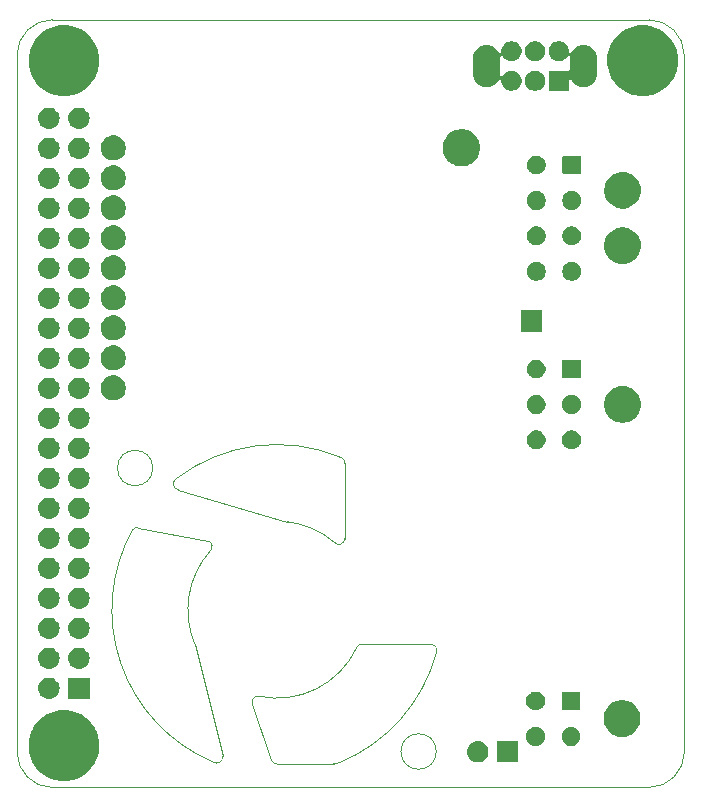
<source format=gbr>
G04 #@! TF.GenerationSoftware,KiCad,Pcbnew,(5.1.4)-1*
G04 #@! TF.CreationDate,2019-11-01T08:15:42-05:00*
G04 #@! TF.ProjectId,20-ELC-3-01-R1 (Telemetry PCB),32302d45-4c43-42d3-932d-30312d523120,rev?*
G04 #@! TF.SameCoordinates,Original*
G04 #@! TF.FileFunction,Soldermask,Bot*
G04 #@! TF.FilePolarity,Negative*
%FSLAX46Y46*%
G04 Gerber Fmt 4.6, Leading zero omitted, Abs format (unit mm)*
G04 Created by KiCad (PCBNEW (5.1.4)-1) date 2019-11-01 08:15:42*
%MOMM*%
%LPD*%
G04 APERTURE LIST*
%ADD10C,0.050000*%
%ADD11C,0.100000*%
G04 APERTURE END LIST*
D10*
X224659306Y-74785594D02*
G75*
G02X224423888Y-73898567I90694J498824D01*
G01*
X238475001Y-72077229D02*
G75*
G02X238751115Y-72550000I-223885J-447772D01*
G01*
X238750000Y-78925000D02*
G75*
G02X237878767Y-79249999I-496234J0D01*
G01*
X239766350Y-88149340D02*
G75*
G02X240250000Y-87850000I458651J-200659D01*
G01*
X246050000Y-87845095D02*
G75*
G02X246529562Y-88499959I1J-503025D01*
G01*
X238225000Y-97925000D02*
G75*
G02X237818609Y-97986492I-281391J486036D01*
G01*
X233000000Y-98000000D02*
G75*
G02X232525002Y-97651879I1J498120D01*
G01*
X230920833Y-92926317D02*
G75*
G02X231450000Y-92275001I479168J151317D01*
G01*
X228400731Y-97349890D02*
G75*
G02X227597476Y-97831020I-500731J-75110D01*
G01*
X227204858Y-79137508D02*
G75*
G02X227349999Y-79974999I-179858J-462492D01*
G01*
X220790072Y-78165782D02*
G75*
G02X221275000Y-78025000I359928J-334218D01*
G01*
X233000000Y-98000000D02*
X237818609Y-97986492D01*
X226059891Y-87866853D02*
G75*
G02X227349999Y-79974999I6940109J2916853D01*
G01*
X233856182Y-77496187D02*
G75*
G02X237878767Y-79249999I-856182J-7453813D01*
G01*
X239768697Y-88150450D02*
G75*
G02X231450000Y-92275001I-6768697J3200450D01*
G01*
X227597476Y-97831021D02*
G75*
G02X220790072Y-78165782I5402524J12881021D01*
G01*
X224423888Y-73898567D02*
G75*
G02X238475000Y-72077229I8576112J-11051433D01*
G01*
X246529562Y-88499958D02*
G75*
G02X238225000Y-97925000I-13529562J3549958D01*
G01*
X221275000Y-78025000D02*
X227204858Y-79137507D01*
X224659306Y-74785594D02*
X233856182Y-77496187D01*
X238751115Y-72550000D02*
X238750000Y-78925000D01*
X246050000Y-87845095D02*
X240250000Y-87850000D01*
X228400731Y-97349890D02*
X226059891Y-87866853D01*
X232525002Y-97651879D02*
X230920833Y-92926317D01*
X214000000Y-100000000D02*
X264500000Y-100000000D01*
X222500000Y-72950000D02*
G75*
G03X222500000Y-72950000I-1500000J0D01*
G01*
X246500000Y-96950000D02*
G75*
G03X246500000Y-96950000I-1500000J0D01*
G01*
X214000000Y-100000000D02*
G75*
G02X211000000Y-97000000I0J3000000D01*
G01*
X267500000Y-97000000D02*
G75*
G02X264500000Y-100000000I-3000000J0D01*
G01*
X264500000Y-35000000D02*
G75*
G02X267500000Y-38000000I0J-3000000D01*
G01*
X211000000Y-38000000D02*
G75*
G02X214000000Y-35000000I3000000J0D01*
G01*
X211000000Y-38000000D02*
X211000000Y-97000000D01*
X264500000Y-35000000D02*
X214000000Y-35000000D01*
X267500000Y-38000000D02*
X267500000Y-97000000D01*
D11*
G36*
X215655870Y-93548859D02*
G01*
X215849068Y-93587288D01*
X216395033Y-93813434D01*
X216642378Y-93978705D01*
X216707532Y-94022239D01*
X216886389Y-94141748D01*
X217304252Y-94559611D01*
X217575234Y-94965163D01*
X217632567Y-95050969D01*
X217679263Y-95163704D01*
X217858371Y-95596108D01*
X217858712Y-95596933D01*
X217974000Y-96176524D01*
X217974000Y-96767476D01*
X217932721Y-96975000D01*
X217858712Y-97347068D01*
X217804482Y-97477991D01*
X217645022Y-97862963D01*
X217632566Y-97893033D01*
X217304252Y-98384389D01*
X216886389Y-98802252D01*
X216395033Y-99130566D01*
X215849068Y-99356712D01*
X215655870Y-99395141D01*
X215269476Y-99472000D01*
X214678524Y-99472000D01*
X214292130Y-99395141D01*
X214098932Y-99356712D01*
X213552967Y-99130566D01*
X213061611Y-98802252D01*
X212643748Y-98384389D01*
X212315434Y-97893033D01*
X212302979Y-97862963D01*
X212143518Y-97477991D01*
X212089288Y-97347068D01*
X212015279Y-96975000D01*
X211974000Y-96767476D01*
X211974000Y-96176524D01*
X212089288Y-95596933D01*
X212089630Y-95596108D01*
X212268737Y-95163704D01*
X212315433Y-95050969D01*
X212372767Y-94965163D01*
X212643748Y-94559611D01*
X213061611Y-94141748D01*
X213240469Y-94022239D01*
X213305622Y-93978705D01*
X213552967Y-93813434D01*
X214098932Y-93587288D01*
X214292130Y-93548859D01*
X214678524Y-93472000D01*
X215269476Y-93472000D01*
X215655870Y-93548859D01*
X215655870Y-93548859D01*
G37*
G36*
X253451000Y-97876000D02*
G01*
X251649000Y-97876000D01*
X251649000Y-96074000D01*
X253451000Y-96074000D01*
X253451000Y-97876000D01*
X253451000Y-97876000D01*
G37*
G36*
X250120442Y-96080518D02*
G01*
X250186627Y-96087037D01*
X250356466Y-96138557D01*
X250512991Y-96222222D01*
X250548729Y-96251552D01*
X250650186Y-96334814D01*
X250733448Y-96436271D01*
X250762778Y-96472009D01*
X250846443Y-96628534D01*
X250897963Y-96798373D01*
X250915359Y-96975000D01*
X250897963Y-97151627D01*
X250846443Y-97321466D01*
X250762778Y-97477991D01*
X250733448Y-97513729D01*
X250650186Y-97615186D01*
X250548729Y-97698448D01*
X250512991Y-97727778D01*
X250356466Y-97811443D01*
X250186627Y-97862963D01*
X250120443Y-97869481D01*
X250054260Y-97876000D01*
X249965740Y-97876000D01*
X249899557Y-97869481D01*
X249833373Y-97862963D01*
X249663534Y-97811443D01*
X249507009Y-97727778D01*
X249471271Y-97698448D01*
X249369814Y-97615186D01*
X249286552Y-97513729D01*
X249257222Y-97477991D01*
X249173557Y-97321466D01*
X249122037Y-97151627D01*
X249104641Y-96975000D01*
X249122037Y-96798373D01*
X249173557Y-96628534D01*
X249257222Y-96472009D01*
X249286552Y-96436271D01*
X249369814Y-96334814D01*
X249471271Y-96251552D01*
X249507009Y-96222222D01*
X249663534Y-96138557D01*
X249833373Y-96087037D01*
X249899558Y-96080518D01*
X249965740Y-96074000D01*
X250054260Y-96074000D01*
X250120442Y-96080518D01*
X250120442Y-96080518D01*
G37*
G36*
X255138642Y-94904781D02*
G01*
X255284414Y-94965162D01*
X255284416Y-94965163D01*
X255415608Y-95052822D01*
X255527178Y-95164392D01*
X255614837Y-95295584D01*
X255614838Y-95295586D01*
X255675219Y-95441358D01*
X255706000Y-95596107D01*
X255706000Y-95753893D01*
X255675219Y-95908642D01*
X255614838Y-96054414D01*
X255614837Y-96054416D01*
X255527178Y-96185608D01*
X255415608Y-96297178D01*
X255284416Y-96384837D01*
X255284415Y-96384838D01*
X255284414Y-96384838D01*
X255138642Y-96445219D01*
X254983893Y-96476000D01*
X254826107Y-96476000D01*
X254671358Y-96445219D01*
X254525586Y-96384838D01*
X254525585Y-96384838D01*
X254525584Y-96384837D01*
X254394392Y-96297178D01*
X254282822Y-96185608D01*
X254195163Y-96054416D01*
X254195162Y-96054414D01*
X254134781Y-95908642D01*
X254104000Y-95753893D01*
X254104000Y-95596107D01*
X254134781Y-95441358D01*
X254195162Y-95295586D01*
X254195163Y-95295584D01*
X254282822Y-95164392D01*
X254394392Y-95052822D01*
X254525584Y-94965163D01*
X254525586Y-94965162D01*
X254671358Y-94904781D01*
X254826107Y-94874000D01*
X254983893Y-94874000D01*
X255138642Y-94904781D01*
X255138642Y-94904781D01*
G37*
G36*
X258138642Y-94904781D02*
G01*
X258284414Y-94965162D01*
X258284416Y-94965163D01*
X258415608Y-95052822D01*
X258527178Y-95164392D01*
X258614837Y-95295584D01*
X258614838Y-95295586D01*
X258675219Y-95441358D01*
X258706000Y-95596107D01*
X258706000Y-95753893D01*
X258675219Y-95908642D01*
X258614838Y-96054414D01*
X258614837Y-96054416D01*
X258527178Y-96185608D01*
X258415608Y-96297178D01*
X258284416Y-96384837D01*
X258284415Y-96384838D01*
X258284414Y-96384838D01*
X258138642Y-96445219D01*
X257983893Y-96476000D01*
X257826107Y-96476000D01*
X257671358Y-96445219D01*
X257525586Y-96384838D01*
X257525585Y-96384838D01*
X257525584Y-96384837D01*
X257394392Y-96297178D01*
X257282822Y-96185608D01*
X257195163Y-96054416D01*
X257195162Y-96054414D01*
X257134781Y-95908642D01*
X257104000Y-95753893D01*
X257104000Y-95596107D01*
X257134781Y-95441358D01*
X257195162Y-95295586D01*
X257195163Y-95295584D01*
X257282822Y-95164392D01*
X257394392Y-95052822D01*
X257525584Y-94965163D01*
X257525586Y-94965162D01*
X257671358Y-94904781D01*
X257826107Y-94874000D01*
X257983893Y-94874000D01*
X258138642Y-94904781D01*
X258138642Y-94904781D01*
G37*
G36*
X262527585Y-92653802D02*
G01*
X262677410Y-92683604D01*
X262959674Y-92800521D01*
X263213705Y-92970259D01*
X263429741Y-93186295D01*
X263599479Y-93440326D01*
X263716396Y-93722590D01*
X263776000Y-94022240D01*
X263776000Y-94327760D01*
X263716396Y-94627410D01*
X263599479Y-94909674D01*
X263429741Y-95163705D01*
X263213705Y-95379741D01*
X262959674Y-95549479D01*
X262677410Y-95666396D01*
X262527585Y-95696198D01*
X262377761Y-95726000D01*
X262072239Y-95726000D01*
X261922415Y-95696198D01*
X261772590Y-95666396D01*
X261490326Y-95549479D01*
X261236295Y-95379741D01*
X261020259Y-95163705D01*
X260850521Y-94909674D01*
X260733604Y-94627410D01*
X260674000Y-94327760D01*
X260674000Y-94022240D01*
X260733604Y-93722590D01*
X260850521Y-93440326D01*
X261020259Y-93186295D01*
X261236295Y-92970259D01*
X261490326Y-92800521D01*
X261772590Y-92683604D01*
X261922415Y-92653802D01*
X262072239Y-92624000D01*
X262377761Y-92624000D01*
X262527585Y-92653802D01*
X262527585Y-92653802D01*
G37*
G36*
X258558048Y-91878122D02*
G01*
X258592387Y-91888539D01*
X258624036Y-91905456D01*
X258651778Y-91928222D01*
X258674544Y-91955964D01*
X258691461Y-91987613D01*
X258701878Y-92021952D01*
X258706000Y-92063807D01*
X258706000Y-93286193D01*
X258701878Y-93328048D01*
X258691461Y-93362387D01*
X258674544Y-93394036D01*
X258651778Y-93421778D01*
X258624036Y-93444544D01*
X258592387Y-93461461D01*
X258558048Y-93471878D01*
X258516193Y-93476000D01*
X257293807Y-93476000D01*
X257251952Y-93471878D01*
X257217613Y-93461461D01*
X257185964Y-93444544D01*
X257158222Y-93421778D01*
X257135456Y-93394036D01*
X257118539Y-93362387D01*
X257108122Y-93328048D01*
X257104000Y-93286193D01*
X257104000Y-92063807D01*
X257108122Y-92021952D01*
X257118539Y-91987613D01*
X257135456Y-91955964D01*
X257158222Y-91928222D01*
X257185964Y-91905456D01*
X257217613Y-91888539D01*
X257251952Y-91878122D01*
X257293807Y-91874000D01*
X258516193Y-91874000D01*
X258558048Y-91878122D01*
X258558048Y-91878122D01*
G37*
G36*
X255138642Y-91904781D02*
G01*
X255262208Y-91955964D01*
X255284416Y-91965163D01*
X255415608Y-92052822D01*
X255527178Y-92164392D01*
X255614837Y-92295584D01*
X255614838Y-92295586D01*
X255675219Y-92441358D01*
X255706000Y-92596107D01*
X255706000Y-92753893D01*
X255675219Y-92908642D01*
X255614838Y-93054414D01*
X255614837Y-93054416D01*
X255527178Y-93185608D01*
X255415608Y-93297178D01*
X255284416Y-93384837D01*
X255284415Y-93384838D01*
X255284414Y-93384838D01*
X255138642Y-93445219D01*
X254983893Y-93476000D01*
X254826107Y-93476000D01*
X254671358Y-93445219D01*
X254525586Y-93384838D01*
X254525585Y-93384838D01*
X254525584Y-93384837D01*
X254394392Y-93297178D01*
X254282822Y-93185608D01*
X254195163Y-93054416D01*
X254195162Y-93054414D01*
X254134781Y-92908642D01*
X254104000Y-92753893D01*
X254104000Y-92596107D01*
X254134781Y-92441358D01*
X254195162Y-92295586D01*
X254195163Y-92295584D01*
X254282822Y-92164392D01*
X254394392Y-92052822D01*
X254525584Y-91965163D01*
X254547792Y-91955964D01*
X254671358Y-91904781D01*
X254826107Y-91874000D01*
X254983893Y-91874000D01*
X255138642Y-91904781D01*
X255138642Y-91904781D01*
G37*
G36*
X213814442Y-90707518D02*
G01*
X213880627Y-90714037D01*
X214050466Y-90765557D01*
X214206991Y-90849222D01*
X214242729Y-90878552D01*
X214344186Y-90961814D01*
X214427448Y-91063271D01*
X214456778Y-91099009D01*
X214540443Y-91255534D01*
X214591963Y-91425373D01*
X214609359Y-91602000D01*
X214591963Y-91778627D01*
X214540443Y-91948466D01*
X214456778Y-92104991D01*
X214427448Y-92140729D01*
X214344186Y-92242186D01*
X214242729Y-92325448D01*
X214206991Y-92354778D01*
X214050466Y-92438443D01*
X213880627Y-92489963D01*
X213814443Y-92496481D01*
X213748260Y-92503000D01*
X213659740Y-92503000D01*
X213593557Y-92496481D01*
X213527373Y-92489963D01*
X213357534Y-92438443D01*
X213201009Y-92354778D01*
X213165271Y-92325448D01*
X213063814Y-92242186D01*
X212980552Y-92140729D01*
X212951222Y-92104991D01*
X212867557Y-91948466D01*
X212816037Y-91778627D01*
X212798641Y-91602000D01*
X212816037Y-91425373D01*
X212867557Y-91255534D01*
X212951222Y-91099009D01*
X212980552Y-91063271D01*
X213063814Y-90961814D01*
X213165271Y-90878552D01*
X213201009Y-90849222D01*
X213357534Y-90765557D01*
X213527373Y-90714037D01*
X213593557Y-90707519D01*
X213659740Y-90701000D01*
X213748260Y-90701000D01*
X213814442Y-90707518D01*
X213814442Y-90707518D01*
G37*
G36*
X217145000Y-92503000D02*
G01*
X215343000Y-92503000D01*
X215343000Y-90701000D01*
X217145000Y-90701000D01*
X217145000Y-92503000D01*
X217145000Y-92503000D01*
G37*
G36*
X216354443Y-88167519D02*
G01*
X216420627Y-88174037D01*
X216590466Y-88225557D01*
X216746991Y-88309222D01*
X216782729Y-88338552D01*
X216884186Y-88421814D01*
X216967448Y-88523271D01*
X216996778Y-88559009D01*
X217080443Y-88715534D01*
X217131963Y-88885373D01*
X217149359Y-89062000D01*
X217131963Y-89238627D01*
X217080443Y-89408466D01*
X216996778Y-89564991D01*
X216967448Y-89600729D01*
X216884186Y-89702186D01*
X216782729Y-89785448D01*
X216746991Y-89814778D01*
X216590466Y-89898443D01*
X216420627Y-89949963D01*
X216354442Y-89956482D01*
X216288260Y-89963000D01*
X216199740Y-89963000D01*
X216133558Y-89956482D01*
X216067373Y-89949963D01*
X215897534Y-89898443D01*
X215741009Y-89814778D01*
X215705271Y-89785448D01*
X215603814Y-89702186D01*
X215520552Y-89600729D01*
X215491222Y-89564991D01*
X215407557Y-89408466D01*
X215356037Y-89238627D01*
X215338641Y-89062000D01*
X215356037Y-88885373D01*
X215407557Y-88715534D01*
X215491222Y-88559009D01*
X215520552Y-88523271D01*
X215603814Y-88421814D01*
X215705271Y-88338552D01*
X215741009Y-88309222D01*
X215897534Y-88225557D01*
X216067373Y-88174037D01*
X216133557Y-88167519D01*
X216199740Y-88161000D01*
X216288260Y-88161000D01*
X216354443Y-88167519D01*
X216354443Y-88167519D01*
G37*
G36*
X213814443Y-88167519D02*
G01*
X213880627Y-88174037D01*
X214050466Y-88225557D01*
X214206991Y-88309222D01*
X214242729Y-88338552D01*
X214344186Y-88421814D01*
X214427448Y-88523271D01*
X214456778Y-88559009D01*
X214540443Y-88715534D01*
X214591963Y-88885373D01*
X214609359Y-89062000D01*
X214591963Y-89238627D01*
X214540443Y-89408466D01*
X214456778Y-89564991D01*
X214427448Y-89600729D01*
X214344186Y-89702186D01*
X214242729Y-89785448D01*
X214206991Y-89814778D01*
X214050466Y-89898443D01*
X213880627Y-89949963D01*
X213814442Y-89956482D01*
X213748260Y-89963000D01*
X213659740Y-89963000D01*
X213593558Y-89956482D01*
X213527373Y-89949963D01*
X213357534Y-89898443D01*
X213201009Y-89814778D01*
X213165271Y-89785448D01*
X213063814Y-89702186D01*
X212980552Y-89600729D01*
X212951222Y-89564991D01*
X212867557Y-89408466D01*
X212816037Y-89238627D01*
X212798641Y-89062000D01*
X212816037Y-88885373D01*
X212867557Y-88715534D01*
X212951222Y-88559009D01*
X212980552Y-88523271D01*
X213063814Y-88421814D01*
X213165271Y-88338552D01*
X213201009Y-88309222D01*
X213357534Y-88225557D01*
X213527373Y-88174037D01*
X213593557Y-88167519D01*
X213659740Y-88161000D01*
X213748260Y-88161000D01*
X213814443Y-88167519D01*
X213814443Y-88167519D01*
G37*
G36*
X216354442Y-85627518D02*
G01*
X216420627Y-85634037D01*
X216590466Y-85685557D01*
X216746991Y-85769222D01*
X216782729Y-85798552D01*
X216884186Y-85881814D01*
X216967448Y-85983271D01*
X216996778Y-86019009D01*
X217080443Y-86175534D01*
X217131963Y-86345373D01*
X217149359Y-86522000D01*
X217131963Y-86698627D01*
X217080443Y-86868466D01*
X216996778Y-87024991D01*
X216967448Y-87060729D01*
X216884186Y-87162186D01*
X216782729Y-87245448D01*
X216746991Y-87274778D01*
X216590466Y-87358443D01*
X216420627Y-87409963D01*
X216354443Y-87416481D01*
X216288260Y-87423000D01*
X216199740Y-87423000D01*
X216133558Y-87416482D01*
X216067373Y-87409963D01*
X215897534Y-87358443D01*
X215741009Y-87274778D01*
X215705271Y-87245448D01*
X215603814Y-87162186D01*
X215520552Y-87060729D01*
X215491222Y-87024991D01*
X215407557Y-86868466D01*
X215356037Y-86698627D01*
X215338641Y-86522000D01*
X215356037Y-86345373D01*
X215407557Y-86175534D01*
X215491222Y-86019009D01*
X215520552Y-85983271D01*
X215603814Y-85881814D01*
X215705271Y-85798552D01*
X215741009Y-85769222D01*
X215897534Y-85685557D01*
X216067373Y-85634037D01*
X216133557Y-85627519D01*
X216199740Y-85621000D01*
X216288260Y-85621000D01*
X216354442Y-85627518D01*
X216354442Y-85627518D01*
G37*
G36*
X213814442Y-85627518D02*
G01*
X213880627Y-85634037D01*
X214050466Y-85685557D01*
X214206991Y-85769222D01*
X214242729Y-85798552D01*
X214344186Y-85881814D01*
X214427448Y-85983271D01*
X214456778Y-86019009D01*
X214540443Y-86175534D01*
X214591963Y-86345373D01*
X214609359Y-86522000D01*
X214591963Y-86698627D01*
X214540443Y-86868466D01*
X214456778Y-87024991D01*
X214427448Y-87060729D01*
X214344186Y-87162186D01*
X214242729Y-87245448D01*
X214206991Y-87274778D01*
X214050466Y-87358443D01*
X213880627Y-87409963D01*
X213814443Y-87416481D01*
X213748260Y-87423000D01*
X213659740Y-87423000D01*
X213593558Y-87416482D01*
X213527373Y-87409963D01*
X213357534Y-87358443D01*
X213201009Y-87274778D01*
X213165271Y-87245448D01*
X213063814Y-87162186D01*
X212980552Y-87060729D01*
X212951222Y-87024991D01*
X212867557Y-86868466D01*
X212816037Y-86698627D01*
X212798641Y-86522000D01*
X212816037Y-86345373D01*
X212867557Y-86175534D01*
X212951222Y-86019009D01*
X212980552Y-85983271D01*
X213063814Y-85881814D01*
X213165271Y-85798552D01*
X213201009Y-85769222D01*
X213357534Y-85685557D01*
X213527373Y-85634037D01*
X213593557Y-85627519D01*
X213659740Y-85621000D01*
X213748260Y-85621000D01*
X213814442Y-85627518D01*
X213814442Y-85627518D01*
G37*
G36*
X216354443Y-83087519D02*
G01*
X216420627Y-83094037D01*
X216590466Y-83145557D01*
X216746991Y-83229222D01*
X216782729Y-83258552D01*
X216884186Y-83341814D01*
X216967448Y-83443271D01*
X216996778Y-83479009D01*
X217080443Y-83635534D01*
X217131963Y-83805373D01*
X217149359Y-83982000D01*
X217131963Y-84158627D01*
X217080443Y-84328466D01*
X216996778Y-84484991D01*
X216967448Y-84520729D01*
X216884186Y-84622186D01*
X216782729Y-84705448D01*
X216746991Y-84734778D01*
X216590466Y-84818443D01*
X216420627Y-84869963D01*
X216354443Y-84876481D01*
X216288260Y-84883000D01*
X216199740Y-84883000D01*
X216133557Y-84876481D01*
X216067373Y-84869963D01*
X215897534Y-84818443D01*
X215741009Y-84734778D01*
X215705271Y-84705448D01*
X215603814Y-84622186D01*
X215520552Y-84520729D01*
X215491222Y-84484991D01*
X215407557Y-84328466D01*
X215356037Y-84158627D01*
X215338641Y-83982000D01*
X215356037Y-83805373D01*
X215407557Y-83635534D01*
X215491222Y-83479009D01*
X215520552Y-83443271D01*
X215603814Y-83341814D01*
X215705271Y-83258552D01*
X215741009Y-83229222D01*
X215897534Y-83145557D01*
X216067373Y-83094037D01*
X216133557Y-83087519D01*
X216199740Y-83081000D01*
X216288260Y-83081000D01*
X216354443Y-83087519D01*
X216354443Y-83087519D01*
G37*
G36*
X213814443Y-83087519D02*
G01*
X213880627Y-83094037D01*
X214050466Y-83145557D01*
X214206991Y-83229222D01*
X214242729Y-83258552D01*
X214344186Y-83341814D01*
X214427448Y-83443271D01*
X214456778Y-83479009D01*
X214540443Y-83635534D01*
X214591963Y-83805373D01*
X214609359Y-83982000D01*
X214591963Y-84158627D01*
X214540443Y-84328466D01*
X214456778Y-84484991D01*
X214427448Y-84520729D01*
X214344186Y-84622186D01*
X214242729Y-84705448D01*
X214206991Y-84734778D01*
X214050466Y-84818443D01*
X213880627Y-84869963D01*
X213814443Y-84876481D01*
X213748260Y-84883000D01*
X213659740Y-84883000D01*
X213593557Y-84876481D01*
X213527373Y-84869963D01*
X213357534Y-84818443D01*
X213201009Y-84734778D01*
X213165271Y-84705448D01*
X213063814Y-84622186D01*
X212980552Y-84520729D01*
X212951222Y-84484991D01*
X212867557Y-84328466D01*
X212816037Y-84158627D01*
X212798641Y-83982000D01*
X212816037Y-83805373D01*
X212867557Y-83635534D01*
X212951222Y-83479009D01*
X212980552Y-83443271D01*
X213063814Y-83341814D01*
X213165271Y-83258552D01*
X213201009Y-83229222D01*
X213357534Y-83145557D01*
X213527373Y-83094037D01*
X213593557Y-83087519D01*
X213659740Y-83081000D01*
X213748260Y-83081000D01*
X213814443Y-83087519D01*
X213814443Y-83087519D01*
G37*
G36*
X213814442Y-80547518D02*
G01*
X213880627Y-80554037D01*
X214050466Y-80605557D01*
X214206991Y-80689222D01*
X214242729Y-80718552D01*
X214344186Y-80801814D01*
X214427448Y-80903271D01*
X214456778Y-80939009D01*
X214540443Y-81095534D01*
X214591963Y-81265373D01*
X214609359Y-81442000D01*
X214591963Y-81618627D01*
X214540443Y-81788466D01*
X214456778Y-81944991D01*
X214427448Y-81980729D01*
X214344186Y-82082186D01*
X214242729Y-82165448D01*
X214206991Y-82194778D01*
X214050466Y-82278443D01*
X213880627Y-82329963D01*
X213814443Y-82336481D01*
X213748260Y-82343000D01*
X213659740Y-82343000D01*
X213593557Y-82336481D01*
X213527373Y-82329963D01*
X213357534Y-82278443D01*
X213201009Y-82194778D01*
X213165271Y-82165448D01*
X213063814Y-82082186D01*
X212980552Y-81980729D01*
X212951222Y-81944991D01*
X212867557Y-81788466D01*
X212816037Y-81618627D01*
X212798641Y-81442000D01*
X212816037Y-81265373D01*
X212867557Y-81095534D01*
X212951222Y-80939009D01*
X212980552Y-80903271D01*
X213063814Y-80801814D01*
X213165271Y-80718552D01*
X213201009Y-80689222D01*
X213357534Y-80605557D01*
X213527373Y-80554037D01*
X213593558Y-80547518D01*
X213659740Y-80541000D01*
X213748260Y-80541000D01*
X213814442Y-80547518D01*
X213814442Y-80547518D01*
G37*
G36*
X216354442Y-80547518D02*
G01*
X216420627Y-80554037D01*
X216590466Y-80605557D01*
X216746991Y-80689222D01*
X216782729Y-80718552D01*
X216884186Y-80801814D01*
X216967448Y-80903271D01*
X216996778Y-80939009D01*
X217080443Y-81095534D01*
X217131963Y-81265373D01*
X217149359Y-81442000D01*
X217131963Y-81618627D01*
X217080443Y-81788466D01*
X216996778Y-81944991D01*
X216967448Y-81980729D01*
X216884186Y-82082186D01*
X216782729Y-82165448D01*
X216746991Y-82194778D01*
X216590466Y-82278443D01*
X216420627Y-82329963D01*
X216354443Y-82336481D01*
X216288260Y-82343000D01*
X216199740Y-82343000D01*
X216133557Y-82336481D01*
X216067373Y-82329963D01*
X215897534Y-82278443D01*
X215741009Y-82194778D01*
X215705271Y-82165448D01*
X215603814Y-82082186D01*
X215520552Y-81980729D01*
X215491222Y-81944991D01*
X215407557Y-81788466D01*
X215356037Y-81618627D01*
X215338641Y-81442000D01*
X215356037Y-81265373D01*
X215407557Y-81095534D01*
X215491222Y-80939009D01*
X215520552Y-80903271D01*
X215603814Y-80801814D01*
X215705271Y-80718552D01*
X215741009Y-80689222D01*
X215897534Y-80605557D01*
X216067373Y-80554037D01*
X216133558Y-80547518D01*
X216199740Y-80541000D01*
X216288260Y-80541000D01*
X216354442Y-80547518D01*
X216354442Y-80547518D01*
G37*
G36*
X216354443Y-78007519D02*
G01*
X216420627Y-78014037D01*
X216590466Y-78065557D01*
X216746991Y-78149222D01*
X216782729Y-78178552D01*
X216884186Y-78261814D01*
X216967448Y-78363271D01*
X216996778Y-78399009D01*
X217080443Y-78555534D01*
X217131963Y-78725373D01*
X217149359Y-78902000D01*
X217131963Y-79078627D01*
X217080443Y-79248466D01*
X216996778Y-79404991D01*
X216967448Y-79440729D01*
X216884186Y-79542186D01*
X216782729Y-79625448D01*
X216746991Y-79654778D01*
X216590466Y-79738443D01*
X216420627Y-79789963D01*
X216354442Y-79796482D01*
X216288260Y-79803000D01*
X216199740Y-79803000D01*
X216133558Y-79796482D01*
X216067373Y-79789963D01*
X215897534Y-79738443D01*
X215741009Y-79654778D01*
X215705271Y-79625448D01*
X215603814Y-79542186D01*
X215520552Y-79440729D01*
X215491222Y-79404991D01*
X215407557Y-79248466D01*
X215356037Y-79078627D01*
X215338641Y-78902000D01*
X215356037Y-78725373D01*
X215407557Y-78555534D01*
X215491222Y-78399009D01*
X215520552Y-78363271D01*
X215603814Y-78261814D01*
X215705271Y-78178552D01*
X215741009Y-78149222D01*
X215897534Y-78065557D01*
X216067373Y-78014037D01*
X216133557Y-78007519D01*
X216199740Y-78001000D01*
X216288260Y-78001000D01*
X216354443Y-78007519D01*
X216354443Y-78007519D01*
G37*
G36*
X213814443Y-78007519D02*
G01*
X213880627Y-78014037D01*
X214050466Y-78065557D01*
X214206991Y-78149222D01*
X214242729Y-78178552D01*
X214344186Y-78261814D01*
X214427448Y-78363271D01*
X214456778Y-78399009D01*
X214540443Y-78555534D01*
X214591963Y-78725373D01*
X214609359Y-78902000D01*
X214591963Y-79078627D01*
X214540443Y-79248466D01*
X214456778Y-79404991D01*
X214427448Y-79440729D01*
X214344186Y-79542186D01*
X214242729Y-79625448D01*
X214206991Y-79654778D01*
X214050466Y-79738443D01*
X213880627Y-79789963D01*
X213814442Y-79796482D01*
X213748260Y-79803000D01*
X213659740Y-79803000D01*
X213593558Y-79796482D01*
X213527373Y-79789963D01*
X213357534Y-79738443D01*
X213201009Y-79654778D01*
X213165271Y-79625448D01*
X213063814Y-79542186D01*
X212980552Y-79440729D01*
X212951222Y-79404991D01*
X212867557Y-79248466D01*
X212816037Y-79078627D01*
X212798641Y-78902000D01*
X212816037Y-78725373D01*
X212867557Y-78555534D01*
X212951222Y-78399009D01*
X212980552Y-78363271D01*
X213063814Y-78261814D01*
X213165271Y-78178552D01*
X213201009Y-78149222D01*
X213357534Y-78065557D01*
X213527373Y-78014037D01*
X213593557Y-78007519D01*
X213659740Y-78001000D01*
X213748260Y-78001000D01*
X213814443Y-78007519D01*
X213814443Y-78007519D01*
G37*
G36*
X213814442Y-75467518D02*
G01*
X213880627Y-75474037D01*
X214050466Y-75525557D01*
X214206991Y-75609222D01*
X214242729Y-75638552D01*
X214344186Y-75721814D01*
X214427448Y-75823271D01*
X214456778Y-75859009D01*
X214540443Y-76015534D01*
X214591963Y-76185373D01*
X214609359Y-76362000D01*
X214591963Y-76538627D01*
X214540443Y-76708466D01*
X214456778Y-76864991D01*
X214427448Y-76900729D01*
X214344186Y-77002186D01*
X214242729Y-77085448D01*
X214206991Y-77114778D01*
X214050466Y-77198443D01*
X213880627Y-77249963D01*
X213814442Y-77256482D01*
X213748260Y-77263000D01*
X213659740Y-77263000D01*
X213593558Y-77256482D01*
X213527373Y-77249963D01*
X213357534Y-77198443D01*
X213201009Y-77114778D01*
X213165271Y-77085448D01*
X213063814Y-77002186D01*
X212980552Y-76900729D01*
X212951222Y-76864991D01*
X212867557Y-76708466D01*
X212816037Y-76538627D01*
X212798641Y-76362000D01*
X212816037Y-76185373D01*
X212867557Y-76015534D01*
X212951222Y-75859009D01*
X212980552Y-75823271D01*
X213063814Y-75721814D01*
X213165271Y-75638552D01*
X213201009Y-75609222D01*
X213357534Y-75525557D01*
X213527373Y-75474037D01*
X213593558Y-75467518D01*
X213659740Y-75461000D01*
X213748260Y-75461000D01*
X213814442Y-75467518D01*
X213814442Y-75467518D01*
G37*
G36*
X216354442Y-75467518D02*
G01*
X216420627Y-75474037D01*
X216590466Y-75525557D01*
X216746991Y-75609222D01*
X216782729Y-75638552D01*
X216884186Y-75721814D01*
X216967448Y-75823271D01*
X216996778Y-75859009D01*
X217080443Y-76015534D01*
X217131963Y-76185373D01*
X217149359Y-76362000D01*
X217131963Y-76538627D01*
X217080443Y-76708466D01*
X216996778Y-76864991D01*
X216967448Y-76900729D01*
X216884186Y-77002186D01*
X216782729Y-77085448D01*
X216746991Y-77114778D01*
X216590466Y-77198443D01*
X216420627Y-77249963D01*
X216354442Y-77256482D01*
X216288260Y-77263000D01*
X216199740Y-77263000D01*
X216133558Y-77256482D01*
X216067373Y-77249963D01*
X215897534Y-77198443D01*
X215741009Y-77114778D01*
X215705271Y-77085448D01*
X215603814Y-77002186D01*
X215520552Y-76900729D01*
X215491222Y-76864991D01*
X215407557Y-76708466D01*
X215356037Y-76538627D01*
X215338641Y-76362000D01*
X215356037Y-76185373D01*
X215407557Y-76015534D01*
X215491222Y-75859009D01*
X215520552Y-75823271D01*
X215603814Y-75721814D01*
X215705271Y-75638552D01*
X215741009Y-75609222D01*
X215897534Y-75525557D01*
X216067373Y-75474037D01*
X216133558Y-75467518D01*
X216199740Y-75461000D01*
X216288260Y-75461000D01*
X216354442Y-75467518D01*
X216354442Y-75467518D01*
G37*
G36*
X216354442Y-72927518D02*
G01*
X216420627Y-72934037D01*
X216590466Y-72985557D01*
X216746991Y-73069222D01*
X216782729Y-73098552D01*
X216884186Y-73181814D01*
X216967448Y-73283271D01*
X216996778Y-73319009D01*
X217080443Y-73475534D01*
X217131963Y-73645373D01*
X217149359Y-73822000D01*
X217131963Y-73998627D01*
X217080443Y-74168466D01*
X216996778Y-74324991D01*
X216967448Y-74360729D01*
X216884186Y-74462186D01*
X216782729Y-74545448D01*
X216746991Y-74574778D01*
X216590466Y-74658443D01*
X216420627Y-74709963D01*
X216354442Y-74716482D01*
X216288260Y-74723000D01*
X216199740Y-74723000D01*
X216133558Y-74716482D01*
X216067373Y-74709963D01*
X215897534Y-74658443D01*
X215741009Y-74574778D01*
X215705271Y-74545448D01*
X215603814Y-74462186D01*
X215520552Y-74360729D01*
X215491222Y-74324991D01*
X215407557Y-74168466D01*
X215356037Y-73998627D01*
X215338641Y-73822000D01*
X215356037Y-73645373D01*
X215407557Y-73475534D01*
X215491222Y-73319009D01*
X215520552Y-73283271D01*
X215603814Y-73181814D01*
X215705271Y-73098552D01*
X215741009Y-73069222D01*
X215897534Y-72985557D01*
X216067373Y-72934037D01*
X216133558Y-72927518D01*
X216199740Y-72921000D01*
X216288260Y-72921000D01*
X216354442Y-72927518D01*
X216354442Y-72927518D01*
G37*
G36*
X213814442Y-72927518D02*
G01*
X213880627Y-72934037D01*
X214050466Y-72985557D01*
X214206991Y-73069222D01*
X214242729Y-73098552D01*
X214344186Y-73181814D01*
X214427448Y-73283271D01*
X214456778Y-73319009D01*
X214540443Y-73475534D01*
X214591963Y-73645373D01*
X214609359Y-73822000D01*
X214591963Y-73998627D01*
X214540443Y-74168466D01*
X214456778Y-74324991D01*
X214427448Y-74360729D01*
X214344186Y-74462186D01*
X214242729Y-74545448D01*
X214206991Y-74574778D01*
X214050466Y-74658443D01*
X213880627Y-74709963D01*
X213814442Y-74716482D01*
X213748260Y-74723000D01*
X213659740Y-74723000D01*
X213593558Y-74716482D01*
X213527373Y-74709963D01*
X213357534Y-74658443D01*
X213201009Y-74574778D01*
X213165271Y-74545448D01*
X213063814Y-74462186D01*
X212980552Y-74360729D01*
X212951222Y-74324991D01*
X212867557Y-74168466D01*
X212816037Y-73998627D01*
X212798641Y-73822000D01*
X212816037Y-73645373D01*
X212867557Y-73475534D01*
X212951222Y-73319009D01*
X212980552Y-73283271D01*
X213063814Y-73181814D01*
X213165271Y-73098552D01*
X213201009Y-73069222D01*
X213357534Y-72985557D01*
X213527373Y-72934037D01*
X213593558Y-72927518D01*
X213659740Y-72921000D01*
X213748260Y-72921000D01*
X213814442Y-72927518D01*
X213814442Y-72927518D01*
G37*
G36*
X213814442Y-70387518D02*
G01*
X213880627Y-70394037D01*
X214050466Y-70445557D01*
X214206991Y-70529222D01*
X214242729Y-70558552D01*
X214344186Y-70641814D01*
X214427448Y-70743271D01*
X214456778Y-70779009D01*
X214540443Y-70935534D01*
X214591963Y-71105373D01*
X214609359Y-71282000D01*
X214591963Y-71458627D01*
X214540443Y-71628466D01*
X214456778Y-71784991D01*
X214427448Y-71820729D01*
X214344186Y-71922186D01*
X214242729Y-72005448D01*
X214206991Y-72034778D01*
X214050466Y-72118443D01*
X213880627Y-72169963D01*
X213814443Y-72176481D01*
X213748260Y-72183000D01*
X213659740Y-72183000D01*
X213593557Y-72176481D01*
X213527373Y-72169963D01*
X213357534Y-72118443D01*
X213201009Y-72034778D01*
X213165271Y-72005448D01*
X213063814Y-71922186D01*
X212980552Y-71820729D01*
X212951222Y-71784991D01*
X212867557Y-71628466D01*
X212816037Y-71458627D01*
X212798641Y-71282000D01*
X212816037Y-71105373D01*
X212867557Y-70935534D01*
X212951222Y-70779009D01*
X212980552Y-70743271D01*
X213063814Y-70641814D01*
X213165271Y-70558552D01*
X213201009Y-70529222D01*
X213357534Y-70445557D01*
X213527373Y-70394037D01*
X213593558Y-70387518D01*
X213659740Y-70381000D01*
X213748260Y-70381000D01*
X213814442Y-70387518D01*
X213814442Y-70387518D01*
G37*
G36*
X216354442Y-70387518D02*
G01*
X216420627Y-70394037D01*
X216590466Y-70445557D01*
X216746991Y-70529222D01*
X216782729Y-70558552D01*
X216884186Y-70641814D01*
X216967448Y-70743271D01*
X216996778Y-70779009D01*
X217080443Y-70935534D01*
X217131963Y-71105373D01*
X217149359Y-71282000D01*
X217131963Y-71458627D01*
X217080443Y-71628466D01*
X216996778Y-71784991D01*
X216967448Y-71820729D01*
X216884186Y-71922186D01*
X216782729Y-72005448D01*
X216746991Y-72034778D01*
X216590466Y-72118443D01*
X216420627Y-72169963D01*
X216354443Y-72176481D01*
X216288260Y-72183000D01*
X216199740Y-72183000D01*
X216133557Y-72176481D01*
X216067373Y-72169963D01*
X215897534Y-72118443D01*
X215741009Y-72034778D01*
X215705271Y-72005448D01*
X215603814Y-71922186D01*
X215520552Y-71820729D01*
X215491222Y-71784991D01*
X215407557Y-71628466D01*
X215356037Y-71458627D01*
X215338641Y-71282000D01*
X215356037Y-71105373D01*
X215407557Y-70935534D01*
X215491222Y-70779009D01*
X215520552Y-70743271D01*
X215603814Y-70641814D01*
X215705271Y-70558552D01*
X215741009Y-70529222D01*
X215897534Y-70445557D01*
X216067373Y-70394037D01*
X216133558Y-70387518D01*
X216199740Y-70381000D01*
X216288260Y-70381000D01*
X216354442Y-70387518D01*
X216354442Y-70387518D01*
G37*
G36*
X258183642Y-69796581D02*
G01*
X258329414Y-69856962D01*
X258329416Y-69856963D01*
X258460608Y-69944622D01*
X258572178Y-70056192D01*
X258659837Y-70187384D01*
X258659838Y-70187386D01*
X258720219Y-70333158D01*
X258751000Y-70487907D01*
X258751000Y-70645693D01*
X258720219Y-70800442D01*
X258664262Y-70935534D01*
X258659837Y-70946216D01*
X258572178Y-71077408D01*
X258460608Y-71188978D01*
X258329416Y-71276637D01*
X258329415Y-71276638D01*
X258329414Y-71276638D01*
X258183642Y-71337019D01*
X258028893Y-71367800D01*
X257871107Y-71367800D01*
X257716358Y-71337019D01*
X257570586Y-71276638D01*
X257570585Y-71276638D01*
X257570584Y-71276637D01*
X257439392Y-71188978D01*
X257327822Y-71077408D01*
X257240163Y-70946216D01*
X257235738Y-70935534D01*
X257179781Y-70800442D01*
X257149000Y-70645693D01*
X257149000Y-70487907D01*
X257179781Y-70333158D01*
X257240162Y-70187386D01*
X257240163Y-70187384D01*
X257327822Y-70056192D01*
X257439392Y-69944622D01*
X257570584Y-69856963D01*
X257570586Y-69856962D01*
X257716358Y-69796581D01*
X257871107Y-69765800D01*
X258028893Y-69765800D01*
X258183642Y-69796581D01*
X258183642Y-69796581D01*
G37*
G36*
X255183642Y-69796581D02*
G01*
X255329414Y-69856962D01*
X255329416Y-69856963D01*
X255460608Y-69944622D01*
X255572178Y-70056192D01*
X255659837Y-70187384D01*
X255659838Y-70187386D01*
X255720219Y-70333158D01*
X255751000Y-70487907D01*
X255751000Y-70645693D01*
X255720219Y-70800442D01*
X255664262Y-70935534D01*
X255659837Y-70946216D01*
X255572178Y-71077408D01*
X255460608Y-71188978D01*
X255329416Y-71276637D01*
X255329415Y-71276638D01*
X255329414Y-71276638D01*
X255183642Y-71337019D01*
X255028893Y-71367800D01*
X254871107Y-71367800D01*
X254716358Y-71337019D01*
X254570586Y-71276638D01*
X254570585Y-71276638D01*
X254570584Y-71276637D01*
X254439392Y-71188978D01*
X254327822Y-71077408D01*
X254240163Y-70946216D01*
X254235738Y-70935534D01*
X254179781Y-70800442D01*
X254149000Y-70645693D01*
X254149000Y-70487907D01*
X254179781Y-70333158D01*
X254240162Y-70187386D01*
X254240163Y-70187384D01*
X254327822Y-70056192D01*
X254439392Y-69944622D01*
X254570584Y-69856963D01*
X254570586Y-69856962D01*
X254716358Y-69796581D01*
X254871107Y-69765800D01*
X255028893Y-69765800D01*
X255183642Y-69796581D01*
X255183642Y-69796581D01*
G37*
G36*
X213814443Y-67847519D02*
G01*
X213880627Y-67854037D01*
X214050466Y-67905557D01*
X214206991Y-67989222D01*
X214242729Y-68018552D01*
X214344186Y-68101814D01*
X214427448Y-68203271D01*
X214456778Y-68239009D01*
X214540443Y-68395534D01*
X214591963Y-68565373D01*
X214609359Y-68742000D01*
X214591963Y-68918627D01*
X214540443Y-69088466D01*
X214456778Y-69244991D01*
X214427448Y-69280729D01*
X214344186Y-69382186D01*
X214242729Y-69465448D01*
X214206991Y-69494778D01*
X214050466Y-69578443D01*
X213880627Y-69629963D01*
X213814442Y-69636482D01*
X213748260Y-69643000D01*
X213659740Y-69643000D01*
X213593558Y-69636482D01*
X213527373Y-69629963D01*
X213357534Y-69578443D01*
X213201009Y-69494778D01*
X213165271Y-69465448D01*
X213063814Y-69382186D01*
X212980552Y-69280729D01*
X212951222Y-69244991D01*
X212867557Y-69088466D01*
X212816037Y-68918627D01*
X212798641Y-68742000D01*
X212816037Y-68565373D01*
X212867557Y-68395534D01*
X212951222Y-68239009D01*
X212980552Y-68203271D01*
X213063814Y-68101814D01*
X213165271Y-68018552D01*
X213201009Y-67989222D01*
X213357534Y-67905557D01*
X213527373Y-67854037D01*
X213593557Y-67847519D01*
X213659740Y-67841000D01*
X213748260Y-67841000D01*
X213814443Y-67847519D01*
X213814443Y-67847519D01*
G37*
G36*
X216354443Y-67847519D02*
G01*
X216420627Y-67854037D01*
X216590466Y-67905557D01*
X216746991Y-67989222D01*
X216782729Y-68018552D01*
X216884186Y-68101814D01*
X216967448Y-68203271D01*
X216996778Y-68239009D01*
X217080443Y-68395534D01*
X217131963Y-68565373D01*
X217149359Y-68742000D01*
X217131963Y-68918627D01*
X217080443Y-69088466D01*
X216996778Y-69244991D01*
X216967448Y-69280729D01*
X216884186Y-69382186D01*
X216782729Y-69465448D01*
X216746991Y-69494778D01*
X216590466Y-69578443D01*
X216420627Y-69629963D01*
X216354442Y-69636482D01*
X216288260Y-69643000D01*
X216199740Y-69643000D01*
X216133558Y-69636482D01*
X216067373Y-69629963D01*
X215897534Y-69578443D01*
X215741009Y-69494778D01*
X215705271Y-69465448D01*
X215603814Y-69382186D01*
X215520552Y-69280729D01*
X215491222Y-69244991D01*
X215407557Y-69088466D01*
X215356037Y-68918627D01*
X215338641Y-68742000D01*
X215356037Y-68565373D01*
X215407557Y-68395534D01*
X215491222Y-68239009D01*
X215520552Y-68203271D01*
X215603814Y-68101814D01*
X215705271Y-68018552D01*
X215741009Y-67989222D01*
X215897534Y-67905557D01*
X216067373Y-67854037D01*
X216133557Y-67847519D01*
X216199740Y-67841000D01*
X216288260Y-67841000D01*
X216354443Y-67847519D01*
X216354443Y-67847519D01*
G37*
G36*
X262572585Y-66045602D02*
G01*
X262722410Y-66075404D01*
X263004674Y-66192321D01*
X263258705Y-66362059D01*
X263474741Y-66578095D01*
X263644479Y-66832126D01*
X263761396Y-67114390D01*
X263821000Y-67414040D01*
X263821000Y-67719560D01*
X263761396Y-68019210D01*
X263644479Y-68301474D01*
X263474741Y-68555505D01*
X263258705Y-68771541D01*
X263004674Y-68941279D01*
X262722410Y-69058196D01*
X262572585Y-69087998D01*
X262422761Y-69117800D01*
X262117239Y-69117800D01*
X261967415Y-69087998D01*
X261817590Y-69058196D01*
X261535326Y-68941279D01*
X261281295Y-68771541D01*
X261065259Y-68555505D01*
X260895521Y-68301474D01*
X260778604Y-68019210D01*
X260719000Y-67719560D01*
X260719000Y-67414040D01*
X260778604Y-67114390D01*
X260895521Y-66832126D01*
X261065259Y-66578095D01*
X261281295Y-66362059D01*
X261535326Y-66192321D01*
X261817590Y-66075404D01*
X261967415Y-66045602D01*
X262117239Y-66015800D01*
X262422761Y-66015800D01*
X262572585Y-66045602D01*
X262572585Y-66045602D01*
G37*
G36*
X255183642Y-66796581D02*
G01*
X255329414Y-66856962D01*
X255329416Y-66856963D01*
X255460608Y-66944622D01*
X255572178Y-67056192D01*
X255658910Y-67185997D01*
X255659838Y-67187386D01*
X255720219Y-67333158D01*
X255751000Y-67487907D01*
X255751000Y-67645693D01*
X255720219Y-67800442D01*
X255676678Y-67905558D01*
X255659837Y-67946216D01*
X255572178Y-68077408D01*
X255460608Y-68188978D01*
X255329416Y-68276637D01*
X255329415Y-68276638D01*
X255329414Y-68276638D01*
X255183642Y-68337019D01*
X255028893Y-68367800D01*
X254871107Y-68367800D01*
X254716358Y-68337019D01*
X254570586Y-68276638D01*
X254570585Y-68276638D01*
X254570584Y-68276637D01*
X254439392Y-68188978D01*
X254327822Y-68077408D01*
X254240163Y-67946216D01*
X254223322Y-67905558D01*
X254179781Y-67800442D01*
X254149000Y-67645693D01*
X254149000Y-67487907D01*
X254179781Y-67333158D01*
X254240162Y-67187386D01*
X254241090Y-67185997D01*
X254327822Y-67056192D01*
X254439392Y-66944622D01*
X254570584Y-66856963D01*
X254570586Y-66856962D01*
X254716358Y-66796581D01*
X254871107Y-66765800D01*
X255028893Y-66765800D01*
X255183642Y-66796581D01*
X255183642Y-66796581D01*
G37*
G36*
X258183642Y-66796581D02*
G01*
X258329414Y-66856962D01*
X258329416Y-66856963D01*
X258460608Y-66944622D01*
X258572178Y-67056192D01*
X258658910Y-67185997D01*
X258659838Y-67187386D01*
X258720219Y-67333158D01*
X258751000Y-67487907D01*
X258751000Y-67645693D01*
X258720219Y-67800442D01*
X258676678Y-67905558D01*
X258659837Y-67946216D01*
X258572178Y-68077408D01*
X258460608Y-68188978D01*
X258329416Y-68276637D01*
X258329415Y-68276638D01*
X258329414Y-68276638D01*
X258183642Y-68337019D01*
X258028893Y-68367800D01*
X257871107Y-68367800D01*
X257716358Y-68337019D01*
X257570586Y-68276638D01*
X257570585Y-68276638D01*
X257570584Y-68276637D01*
X257439392Y-68188978D01*
X257327822Y-68077408D01*
X257240163Y-67946216D01*
X257223322Y-67905558D01*
X257179781Y-67800442D01*
X257149000Y-67645693D01*
X257149000Y-67487907D01*
X257179781Y-67333158D01*
X257240162Y-67187386D01*
X257241090Y-67185997D01*
X257327822Y-67056192D01*
X257439392Y-66944622D01*
X257570584Y-66856963D01*
X257570586Y-66856962D01*
X257716358Y-66796581D01*
X257871107Y-66765800D01*
X258028893Y-66765800D01*
X258183642Y-66796581D01*
X258183642Y-66796581D01*
G37*
G36*
X219468231Y-65134003D02*
G01*
X219574431Y-65177993D01*
X219662414Y-65214437D01*
X219837173Y-65331207D01*
X219985793Y-65479827D01*
X220102563Y-65654586D01*
X220102564Y-65654588D01*
X220182997Y-65848769D01*
X220224000Y-66054908D01*
X220224000Y-66265092D01*
X220182997Y-66471231D01*
X220102564Y-66665412D01*
X220102563Y-66665414D01*
X219985793Y-66840173D01*
X219837173Y-66988793D01*
X219662414Y-67105563D01*
X219662413Y-67105564D01*
X219662412Y-67105564D01*
X219468231Y-67185997D01*
X219262092Y-67227000D01*
X219051908Y-67227000D01*
X218845769Y-67185997D01*
X218651588Y-67105564D01*
X218651587Y-67105564D01*
X218651586Y-67105563D01*
X218476827Y-66988793D01*
X218328207Y-66840173D01*
X218211437Y-66665414D01*
X218211436Y-66665412D01*
X218131003Y-66471231D01*
X218090000Y-66265092D01*
X218090000Y-66054908D01*
X218131003Y-65848769D01*
X218211436Y-65654588D01*
X218211437Y-65654586D01*
X218328207Y-65479827D01*
X218476827Y-65331207D01*
X218651586Y-65214437D01*
X218739569Y-65177993D01*
X218845769Y-65134003D01*
X219051908Y-65093000D01*
X219262092Y-65093000D01*
X219468231Y-65134003D01*
X219468231Y-65134003D01*
G37*
G36*
X213814442Y-65307518D02*
G01*
X213880627Y-65314037D01*
X214050466Y-65365557D01*
X214206991Y-65449222D01*
X214242729Y-65478552D01*
X214344186Y-65561814D01*
X214427448Y-65663271D01*
X214456778Y-65699009D01*
X214456779Y-65699011D01*
X214536827Y-65848768D01*
X214540443Y-65855534D01*
X214591963Y-66025373D01*
X214609359Y-66202000D01*
X214591963Y-66378627D01*
X214540443Y-66548466D01*
X214456778Y-66704991D01*
X214427448Y-66740729D01*
X214344186Y-66842186D01*
X214242729Y-66925448D01*
X214206991Y-66954778D01*
X214050466Y-67038443D01*
X213880627Y-67089963D01*
X213814443Y-67096481D01*
X213748260Y-67103000D01*
X213659740Y-67103000D01*
X213593557Y-67096481D01*
X213527373Y-67089963D01*
X213357534Y-67038443D01*
X213201009Y-66954778D01*
X213165271Y-66925448D01*
X213063814Y-66842186D01*
X212980552Y-66740729D01*
X212951222Y-66704991D01*
X212867557Y-66548466D01*
X212816037Y-66378627D01*
X212798641Y-66202000D01*
X212816037Y-66025373D01*
X212867557Y-65855534D01*
X212871174Y-65848768D01*
X212951221Y-65699011D01*
X212951222Y-65699009D01*
X212980552Y-65663271D01*
X213063814Y-65561814D01*
X213165271Y-65478552D01*
X213201009Y-65449222D01*
X213357534Y-65365557D01*
X213527373Y-65314037D01*
X213593558Y-65307518D01*
X213659740Y-65301000D01*
X213748260Y-65301000D01*
X213814442Y-65307518D01*
X213814442Y-65307518D01*
G37*
G36*
X216354442Y-65307518D02*
G01*
X216420627Y-65314037D01*
X216590466Y-65365557D01*
X216746991Y-65449222D01*
X216782729Y-65478552D01*
X216884186Y-65561814D01*
X216967448Y-65663271D01*
X216996778Y-65699009D01*
X216996779Y-65699011D01*
X217076827Y-65848768D01*
X217080443Y-65855534D01*
X217131963Y-66025373D01*
X217149359Y-66202000D01*
X217131963Y-66378627D01*
X217080443Y-66548466D01*
X216996778Y-66704991D01*
X216967448Y-66740729D01*
X216884186Y-66842186D01*
X216782729Y-66925448D01*
X216746991Y-66954778D01*
X216590466Y-67038443D01*
X216420627Y-67089963D01*
X216354443Y-67096481D01*
X216288260Y-67103000D01*
X216199740Y-67103000D01*
X216133557Y-67096481D01*
X216067373Y-67089963D01*
X215897534Y-67038443D01*
X215741009Y-66954778D01*
X215705271Y-66925448D01*
X215603814Y-66842186D01*
X215520552Y-66740729D01*
X215491222Y-66704991D01*
X215407557Y-66548466D01*
X215356037Y-66378627D01*
X215338641Y-66202000D01*
X215356037Y-66025373D01*
X215407557Y-65855534D01*
X215411174Y-65848768D01*
X215491221Y-65699011D01*
X215491222Y-65699009D01*
X215520552Y-65663271D01*
X215603814Y-65561814D01*
X215705271Y-65478552D01*
X215741009Y-65449222D01*
X215897534Y-65365557D01*
X216067373Y-65314037D01*
X216133558Y-65307518D01*
X216199740Y-65301000D01*
X216288260Y-65301000D01*
X216354442Y-65307518D01*
X216354442Y-65307518D01*
G37*
G36*
X258603048Y-63769922D02*
G01*
X258637387Y-63780339D01*
X258669036Y-63797256D01*
X258696778Y-63820022D01*
X258719544Y-63847764D01*
X258736461Y-63879413D01*
X258746878Y-63913752D01*
X258751000Y-63955607D01*
X258751000Y-65177993D01*
X258746878Y-65219848D01*
X258736461Y-65254187D01*
X258719544Y-65285836D01*
X258696778Y-65313578D01*
X258669036Y-65336344D01*
X258637387Y-65353261D01*
X258603048Y-65363678D01*
X258561193Y-65367800D01*
X257338807Y-65367800D01*
X257296952Y-65363678D01*
X257262613Y-65353261D01*
X257230964Y-65336344D01*
X257203222Y-65313578D01*
X257180456Y-65285836D01*
X257163539Y-65254187D01*
X257153122Y-65219848D01*
X257149000Y-65177993D01*
X257149000Y-63955607D01*
X257153122Y-63913752D01*
X257163539Y-63879413D01*
X257180456Y-63847764D01*
X257203222Y-63820022D01*
X257230964Y-63797256D01*
X257262613Y-63780339D01*
X257296952Y-63769922D01*
X257338807Y-63765800D01*
X258561193Y-63765800D01*
X258603048Y-63769922D01*
X258603048Y-63769922D01*
G37*
G36*
X255183642Y-63796581D02*
G01*
X255307208Y-63847764D01*
X255329416Y-63856963D01*
X255460608Y-63944622D01*
X255572178Y-64056192D01*
X255659837Y-64187384D01*
X255659838Y-64187386D01*
X255720219Y-64333158D01*
X255751000Y-64487907D01*
X255751000Y-64645693D01*
X255720219Y-64800442D01*
X255659838Y-64946214D01*
X255659837Y-64946216D01*
X255572178Y-65077408D01*
X255460608Y-65188978D01*
X255329416Y-65276637D01*
X255329415Y-65276638D01*
X255329414Y-65276638D01*
X255183642Y-65337019D01*
X255028893Y-65367800D01*
X254871107Y-65367800D01*
X254716358Y-65337019D01*
X254570586Y-65276638D01*
X254570585Y-65276638D01*
X254570584Y-65276637D01*
X254439392Y-65188978D01*
X254327822Y-65077408D01*
X254240163Y-64946216D01*
X254240162Y-64946214D01*
X254179781Y-64800442D01*
X254149000Y-64645693D01*
X254149000Y-64487907D01*
X254179781Y-64333158D01*
X254240162Y-64187386D01*
X254240163Y-64187384D01*
X254327822Y-64056192D01*
X254439392Y-63944622D01*
X254570584Y-63856963D01*
X254592792Y-63847764D01*
X254716358Y-63796581D01*
X254871107Y-63765800D01*
X255028893Y-63765800D01*
X255183642Y-63796581D01*
X255183642Y-63796581D01*
G37*
G36*
X219468231Y-62594003D02*
G01*
X219662412Y-62674436D01*
X219662414Y-62674437D01*
X219837173Y-62791207D01*
X219985793Y-62939827D01*
X220102563Y-63114586D01*
X220102564Y-63114588D01*
X220182997Y-63308769D01*
X220224000Y-63514908D01*
X220224000Y-63725092D01*
X220182997Y-63931231D01*
X220102564Y-64125412D01*
X220102563Y-64125414D01*
X219985793Y-64300173D01*
X219837173Y-64448793D01*
X219662414Y-64565563D01*
X219662413Y-64565564D01*
X219662412Y-64565564D01*
X219468231Y-64645997D01*
X219262092Y-64687000D01*
X219051908Y-64687000D01*
X218845769Y-64645997D01*
X218651588Y-64565564D01*
X218651587Y-64565564D01*
X218651586Y-64565563D01*
X218476827Y-64448793D01*
X218328207Y-64300173D01*
X218211437Y-64125414D01*
X218211436Y-64125412D01*
X218131003Y-63931231D01*
X218090000Y-63725092D01*
X218090000Y-63514908D01*
X218131003Y-63308769D01*
X218211436Y-63114588D01*
X218211437Y-63114586D01*
X218328207Y-62939827D01*
X218476827Y-62791207D01*
X218651586Y-62674437D01*
X218651588Y-62674436D01*
X218845769Y-62594003D01*
X219051908Y-62553000D01*
X219262092Y-62553000D01*
X219468231Y-62594003D01*
X219468231Y-62594003D01*
G37*
G36*
X213814442Y-62767518D02*
G01*
X213880627Y-62774037D01*
X214050466Y-62825557D01*
X214206991Y-62909222D01*
X214242729Y-62938552D01*
X214344186Y-63021814D01*
X214427448Y-63123271D01*
X214456778Y-63159009D01*
X214456779Y-63159011D01*
X214536827Y-63308768D01*
X214540443Y-63315534D01*
X214591963Y-63485373D01*
X214609359Y-63662000D01*
X214591963Y-63838627D01*
X214540443Y-64008466D01*
X214456778Y-64164991D01*
X214438400Y-64187384D01*
X214344186Y-64302186D01*
X214242729Y-64385448D01*
X214206991Y-64414778D01*
X214206989Y-64414779D01*
X214070176Y-64487908D01*
X214050466Y-64498443D01*
X213880627Y-64549963D01*
X213814442Y-64556482D01*
X213748260Y-64563000D01*
X213659740Y-64563000D01*
X213593558Y-64556482D01*
X213527373Y-64549963D01*
X213357534Y-64498443D01*
X213337825Y-64487908D01*
X213201011Y-64414779D01*
X213201009Y-64414778D01*
X213165271Y-64385448D01*
X213063814Y-64302186D01*
X212969600Y-64187384D01*
X212951222Y-64164991D01*
X212867557Y-64008466D01*
X212816037Y-63838627D01*
X212798641Y-63662000D01*
X212816037Y-63485373D01*
X212867557Y-63315534D01*
X212871174Y-63308768D01*
X212951221Y-63159011D01*
X212951222Y-63159009D01*
X212980552Y-63123271D01*
X213063814Y-63021814D01*
X213165271Y-62938552D01*
X213201009Y-62909222D01*
X213357534Y-62825557D01*
X213527373Y-62774037D01*
X213593558Y-62767518D01*
X213659740Y-62761000D01*
X213748260Y-62761000D01*
X213814442Y-62767518D01*
X213814442Y-62767518D01*
G37*
G36*
X216354442Y-62767518D02*
G01*
X216420627Y-62774037D01*
X216590466Y-62825557D01*
X216746991Y-62909222D01*
X216782729Y-62938552D01*
X216884186Y-63021814D01*
X216967448Y-63123271D01*
X216996778Y-63159009D01*
X216996779Y-63159011D01*
X217076827Y-63308768D01*
X217080443Y-63315534D01*
X217131963Y-63485373D01*
X217149359Y-63662000D01*
X217131963Y-63838627D01*
X217080443Y-64008466D01*
X216996778Y-64164991D01*
X216978400Y-64187384D01*
X216884186Y-64302186D01*
X216782729Y-64385448D01*
X216746991Y-64414778D01*
X216746989Y-64414779D01*
X216610176Y-64487908D01*
X216590466Y-64498443D01*
X216420627Y-64549963D01*
X216354442Y-64556482D01*
X216288260Y-64563000D01*
X216199740Y-64563000D01*
X216133558Y-64556482D01*
X216067373Y-64549963D01*
X215897534Y-64498443D01*
X215877825Y-64487908D01*
X215741011Y-64414779D01*
X215741009Y-64414778D01*
X215705271Y-64385448D01*
X215603814Y-64302186D01*
X215509600Y-64187384D01*
X215491222Y-64164991D01*
X215407557Y-64008466D01*
X215356037Y-63838627D01*
X215338641Y-63662000D01*
X215356037Y-63485373D01*
X215407557Y-63315534D01*
X215411174Y-63308768D01*
X215491221Y-63159011D01*
X215491222Y-63159009D01*
X215520552Y-63123271D01*
X215603814Y-63021814D01*
X215705271Y-62938552D01*
X215741009Y-62909222D01*
X215897534Y-62825557D01*
X216067373Y-62774037D01*
X216133558Y-62767518D01*
X216199740Y-62761000D01*
X216288260Y-62761000D01*
X216354442Y-62767518D01*
X216354442Y-62767518D01*
G37*
G36*
X219468231Y-60054003D02*
G01*
X219662412Y-60134436D01*
X219662414Y-60134437D01*
X219837173Y-60251207D01*
X219985793Y-60399827D01*
X220102563Y-60574586D01*
X220102564Y-60574588D01*
X220182997Y-60768769D01*
X220224000Y-60974908D01*
X220224000Y-61185092D01*
X220182997Y-61391231D01*
X220151005Y-61468466D01*
X220102563Y-61585414D01*
X219985793Y-61760173D01*
X219837173Y-61908793D01*
X219662414Y-62025563D01*
X219662413Y-62025564D01*
X219662412Y-62025564D01*
X219468231Y-62105997D01*
X219262092Y-62147000D01*
X219051908Y-62147000D01*
X218845769Y-62105997D01*
X218651588Y-62025564D01*
X218651587Y-62025564D01*
X218651586Y-62025563D01*
X218476827Y-61908793D01*
X218328207Y-61760173D01*
X218211437Y-61585414D01*
X218162995Y-61468466D01*
X218131003Y-61391231D01*
X218090000Y-61185092D01*
X218090000Y-60974908D01*
X218131003Y-60768769D01*
X218211436Y-60574588D01*
X218211437Y-60574586D01*
X218328207Y-60399827D01*
X218476827Y-60251207D01*
X218651586Y-60134437D01*
X218651588Y-60134436D01*
X218845769Y-60054003D01*
X219051908Y-60013000D01*
X219262092Y-60013000D01*
X219468231Y-60054003D01*
X219468231Y-60054003D01*
G37*
G36*
X213814443Y-60227519D02*
G01*
X213880627Y-60234037D01*
X214050466Y-60285557D01*
X214206991Y-60369222D01*
X214242729Y-60398552D01*
X214344186Y-60481814D01*
X214427448Y-60583271D01*
X214456778Y-60619009D01*
X214456779Y-60619011D01*
X214536827Y-60768768D01*
X214540443Y-60775534D01*
X214591963Y-60945373D01*
X214609359Y-61122000D01*
X214591963Y-61298627D01*
X214540443Y-61468466D01*
X214456778Y-61624991D01*
X214427448Y-61660729D01*
X214344186Y-61762186D01*
X214242729Y-61845448D01*
X214206991Y-61874778D01*
X214050466Y-61958443D01*
X213880627Y-62009963D01*
X213814443Y-62016481D01*
X213748260Y-62023000D01*
X213659740Y-62023000D01*
X213593557Y-62016481D01*
X213527373Y-62009963D01*
X213357534Y-61958443D01*
X213201009Y-61874778D01*
X213165271Y-61845448D01*
X213063814Y-61762186D01*
X212980552Y-61660729D01*
X212951222Y-61624991D01*
X212867557Y-61468466D01*
X212816037Y-61298627D01*
X212798641Y-61122000D01*
X212816037Y-60945373D01*
X212867557Y-60775534D01*
X212871174Y-60768768D01*
X212951221Y-60619011D01*
X212951222Y-60619009D01*
X212980552Y-60583271D01*
X213063814Y-60481814D01*
X213165271Y-60398552D01*
X213201009Y-60369222D01*
X213357534Y-60285557D01*
X213527373Y-60234037D01*
X213593557Y-60227519D01*
X213659740Y-60221000D01*
X213748260Y-60221000D01*
X213814443Y-60227519D01*
X213814443Y-60227519D01*
G37*
G36*
X216354443Y-60227519D02*
G01*
X216420627Y-60234037D01*
X216590466Y-60285557D01*
X216746991Y-60369222D01*
X216782729Y-60398552D01*
X216884186Y-60481814D01*
X216967448Y-60583271D01*
X216996778Y-60619009D01*
X216996779Y-60619011D01*
X217076827Y-60768768D01*
X217080443Y-60775534D01*
X217131963Y-60945373D01*
X217149359Y-61122000D01*
X217131963Y-61298627D01*
X217080443Y-61468466D01*
X216996778Y-61624991D01*
X216967448Y-61660729D01*
X216884186Y-61762186D01*
X216782729Y-61845448D01*
X216746991Y-61874778D01*
X216590466Y-61958443D01*
X216420627Y-62009963D01*
X216354443Y-62016481D01*
X216288260Y-62023000D01*
X216199740Y-62023000D01*
X216133557Y-62016481D01*
X216067373Y-62009963D01*
X215897534Y-61958443D01*
X215741009Y-61874778D01*
X215705271Y-61845448D01*
X215603814Y-61762186D01*
X215520552Y-61660729D01*
X215491222Y-61624991D01*
X215407557Y-61468466D01*
X215356037Y-61298627D01*
X215338641Y-61122000D01*
X215356037Y-60945373D01*
X215407557Y-60775534D01*
X215411174Y-60768768D01*
X215491221Y-60619011D01*
X215491222Y-60619009D01*
X215520552Y-60583271D01*
X215603814Y-60481814D01*
X215705271Y-60398552D01*
X215741009Y-60369222D01*
X215897534Y-60285557D01*
X216067373Y-60234037D01*
X216133557Y-60227519D01*
X216199740Y-60221000D01*
X216288260Y-60221000D01*
X216354443Y-60227519D01*
X216354443Y-60227519D01*
G37*
G36*
X255459800Y-61403800D02*
G01*
X253657800Y-61403800D01*
X253657800Y-59601800D01*
X255459800Y-59601800D01*
X255459800Y-61403800D01*
X255459800Y-61403800D01*
G37*
G36*
X219468231Y-57514003D02*
G01*
X219662412Y-57594436D01*
X219662414Y-57594437D01*
X219837173Y-57711207D01*
X219985793Y-57859827D01*
X220102563Y-58034586D01*
X220102564Y-58034588D01*
X220182997Y-58228769D01*
X220224000Y-58434908D01*
X220224000Y-58645092D01*
X220182997Y-58851231D01*
X220151005Y-58928466D01*
X220102563Y-59045414D01*
X219985793Y-59220173D01*
X219837173Y-59368793D01*
X219662414Y-59485563D01*
X219662413Y-59485564D01*
X219662412Y-59485564D01*
X219468231Y-59565997D01*
X219262092Y-59607000D01*
X219051908Y-59607000D01*
X218845769Y-59565997D01*
X218651588Y-59485564D01*
X218651587Y-59485564D01*
X218651586Y-59485563D01*
X218476827Y-59368793D01*
X218328207Y-59220173D01*
X218211437Y-59045414D01*
X218162995Y-58928466D01*
X218131003Y-58851231D01*
X218090000Y-58645092D01*
X218090000Y-58434908D01*
X218131003Y-58228769D01*
X218211436Y-58034588D01*
X218211437Y-58034586D01*
X218328207Y-57859827D01*
X218476827Y-57711207D01*
X218651586Y-57594437D01*
X218651588Y-57594436D01*
X218845769Y-57514003D01*
X219051908Y-57473000D01*
X219262092Y-57473000D01*
X219468231Y-57514003D01*
X219468231Y-57514003D01*
G37*
G36*
X213814443Y-57687519D02*
G01*
X213880627Y-57694037D01*
X214050466Y-57745557D01*
X214206991Y-57829222D01*
X214242729Y-57858552D01*
X214344186Y-57941814D01*
X214427448Y-58043271D01*
X214456778Y-58079009D01*
X214456779Y-58079011D01*
X214536827Y-58228768D01*
X214540443Y-58235534D01*
X214591963Y-58405373D01*
X214609359Y-58582000D01*
X214591963Y-58758627D01*
X214540443Y-58928466D01*
X214456778Y-59084991D01*
X214427448Y-59120729D01*
X214344186Y-59222186D01*
X214242729Y-59305448D01*
X214206991Y-59334778D01*
X214050466Y-59418443D01*
X213880627Y-59469963D01*
X213814443Y-59476481D01*
X213748260Y-59483000D01*
X213659740Y-59483000D01*
X213593557Y-59476481D01*
X213527373Y-59469963D01*
X213357534Y-59418443D01*
X213201009Y-59334778D01*
X213165271Y-59305448D01*
X213063814Y-59222186D01*
X212980552Y-59120729D01*
X212951222Y-59084991D01*
X212867557Y-58928466D01*
X212816037Y-58758627D01*
X212798641Y-58582000D01*
X212816037Y-58405373D01*
X212867557Y-58235534D01*
X212871174Y-58228768D01*
X212951221Y-58079011D01*
X212951222Y-58079009D01*
X212980552Y-58043271D01*
X213063814Y-57941814D01*
X213165271Y-57858552D01*
X213201009Y-57829222D01*
X213357534Y-57745557D01*
X213527373Y-57694037D01*
X213593557Y-57687519D01*
X213659740Y-57681000D01*
X213748260Y-57681000D01*
X213814443Y-57687519D01*
X213814443Y-57687519D01*
G37*
G36*
X216354443Y-57687519D02*
G01*
X216420627Y-57694037D01*
X216590466Y-57745557D01*
X216746991Y-57829222D01*
X216782729Y-57858552D01*
X216884186Y-57941814D01*
X216967448Y-58043271D01*
X216996778Y-58079009D01*
X216996779Y-58079011D01*
X217076827Y-58228768D01*
X217080443Y-58235534D01*
X217131963Y-58405373D01*
X217149359Y-58582000D01*
X217131963Y-58758627D01*
X217080443Y-58928466D01*
X216996778Y-59084991D01*
X216967448Y-59120729D01*
X216884186Y-59222186D01*
X216782729Y-59305448D01*
X216746991Y-59334778D01*
X216590466Y-59418443D01*
X216420627Y-59469963D01*
X216354443Y-59476481D01*
X216288260Y-59483000D01*
X216199740Y-59483000D01*
X216133557Y-59476481D01*
X216067373Y-59469963D01*
X215897534Y-59418443D01*
X215741009Y-59334778D01*
X215705271Y-59305448D01*
X215603814Y-59222186D01*
X215520552Y-59120729D01*
X215491222Y-59084991D01*
X215407557Y-58928466D01*
X215356037Y-58758627D01*
X215338641Y-58582000D01*
X215356037Y-58405373D01*
X215407557Y-58235534D01*
X215411174Y-58228768D01*
X215491221Y-58079011D01*
X215491222Y-58079009D01*
X215520552Y-58043271D01*
X215603814Y-57941814D01*
X215705271Y-57858552D01*
X215741009Y-57829222D01*
X215897534Y-57745557D01*
X216067373Y-57694037D01*
X216133557Y-57687519D01*
X216199740Y-57681000D01*
X216288260Y-57681000D01*
X216354443Y-57687519D01*
X216354443Y-57687519D01*
G37*
G36*
X258196042Y-55524581D02*
G01*
X258341814Y-55584962D01*
X258341816Y-55584963D01*
X258473008Y-55672622D01*
X258584578Y-55784192D01*
X258672237Y-55915384D01*
X258672238Y-55915386D01*
X258732619Y-56061158D01*
X258763400Y-56215907D01*
X258763400Y-56373693D01*
X258732619Y-56528442D01*
X258725764Y-56544991D01*
X258672237Y-56674216D01*
X258584578Y-56805408D01*
X258473008Y-56916978D01*
X258341816Y-57004637D01*
X258341815Y-57004638D01*
X258341814Y-57004638D01*
X258196042Y-57065019D01*
X258041293Y-57095800D01*
X257883507Y-57095800D01*
X257728758Y-57065019D01*
X257582986Y-57004638D01*
X257582985Y-57004638D01*
X257582984Y-57004637D01*
X257451792Y-56916978D01*
X257340222Y-56805408D01*
X257252563Y-56674216D01*
X257199036Y-56544991D01*
X257192181Y-56528442D01*
X257161400Y-56373693D01*
X257161400Y-56215907D01*
X257192181Y-56061158D01*
X257252562Y-55915386D01*
X257252563Y-55915384D01*
X257340222Y-55784192D01*
X257451792Y-55672622D01*
X257582984Y-55584963D01*
X257582986Y-55584962D01*
X257728758Y-55524581D01*
X257883507Y-55493800D01*
X258041293Y-55493800D01*
X258196042Y-55524581D01*
X258196042Y-55524581D01*
G37*
G36*
X255196042Y-55524581D02*
G01*
X255341814Y-55584962D01*
X255341816Y-55584963D01*
X255473008Y-55672622D01*
X255584578Y-55784192D01*
X255672237Y-55915384D01*
X255672238Y-55915386D01*
X255732619Y-56061158D01*
X255763400Y-56215907D01*
X255763400Y-56373693D01*
X255732619Y-56528442D01*
X255725764Y-56544991D01*
X255672237Y-56674216D01*
X255584578Y-56805408D01*
X255473008Y-56916978D01*
X255341816Y-57004637D01*
X255341815Y-57004638D01*
X255341814Y-57004638D01*
X255196042Y-57065019D01*
X255041293Y-57095800D01*
X254883507Y-57095800D01*
X254728758Y-57065019D01*
X254582986Y-57004638D01*
X254582985Y-57004638D01*
X254582984Y-57004637D01*
X254451792Y-56916978D01*
X254340222Y-56805408D01*
X254252563Y-56674216D01*
X254199036Y-56544991D01*
X254192181Y-56528442D01*
X254161400Y-56373693D01*
X254161400Y-56215907D01*
X254192181Y-56061158D01*
X254252562Y-55915386D01*
X254252563Y-55915384D01*
X254340222Y-55784192D01*
X254451792Y-55672622D01*
X254582984Y-55584963D01*
X254582986Y-55584962D01*
X254728758Y-55524581D01*
X254883507Y-55493800D01*
X255041293Y-55493800D01*
X255196042Y-55524581D01*
X255196042Y-55524581D01*
G37*
G36*
X219468231Y-54974003D02*
G01*
X219662412Y-55054436D01*
X219662414Y-55054437D01*
X219837173Y-55171207D01*
X219985793Y-55319827D01*
X220102563Y-55494586D01*
X220102564Y-55494588D01*
X220182997Y-55688769D01*
X220224000Y-55894908D01*
X220224000Y-56105092D01*
X220182997Y-56311231D01*
X220157124Y-56373693D01*
X220102563Y-56505414D01*
X219985793Y-56680173D01*
X219837173Y-56828793D01*
X219662414Y-56945563D01*
X219662413Y-56945564D01*
X219662412Y-56945564D01*
X219468231Y-57025997D01*
X219262092Y-57067000D01*
X219051908Y-57067000D01*
X218845769Y-57025997D01*
X218651588Y-56945564D01*
X218651587Y-56945564D01*
X218651586Y-56945563D01*
X218476827Y-56828793D01*
X218328207Y-56680173D01*
X218211437Y-56505414D01*
X218156876Y-56373693D01*
X218131003Y-56311231D01*
X218090000Y-56105092D01*
X218090000Y-55894908D01*
X218131003Y-55688769D01*
X218211436Y-55494588D01*
X218211437Y-55494586D01*
X218328207Y-55319827D01*
X218476827Y-55171207D01*
X218651586Y-55054437D01*
X218651588Y-55054436D01*
X218845769Y-54974003D01*
X219051908Y-54933000D01*
X219262092Y-54933000D01*
X219468231Y-54974003D01*
X219468231Y-54974003D01*
G37*
G36*
X216354443Y-55147519D02*
G01*
X216420627Y-55154037D01*
X216590466Y-55205557D01*
X216746991Y-55289222D01*
X216782729Y-55318552D01*
X216884186Y-55401814D01*
X216967448Y-55503271D01*
X216996778Y-55539009D01*
X216996779Y-55539011D01*
X217076827Y-55688768D01*
X217080443Y-55695534D01*
X217131963Y-55865373D01*
X217149359Y-56042000D01*
X217131963Y-56218627D01*
X217080443Y-56388466D01*
X216996778Y-56544991D01*
X216967448Y-56580729D01*
X216884186Y-56682186D01*
X216782729Y-56765448D01*
X216746991Y-56794778D01*
X216590466Y-56878443D01*
X216420627Y-56929963D01*
X216354443Y-56936481D01*
X216288260Y-56943000D01*
X216199740Y-56943000D01*
X216133557Y-56936481D01*
X216067373Y-56929963D01*
X215897534Y-56878443D01*
X215741009Y-56794778D01*
X215705271Y-56765448D01*
X215603814Y-56682186D01*
X215520552Y-56580729D01*
X215491222Y-56544991D01*
X215407557Y-56388466D01*
X215356037Y-56218627D01*
X215338641Y-56042000D01*
X215356037Y-55865373D01*
X215407557Y-55695534D01*
X215411174Y-55688768D01*
X215491221Y-55539011D01*
X215491222Y-55539009D01*
X215520552Y-55503271D01*
X215603814Y-55401814D01*
X215705271Y-55318552D01*
X215741009Y-55289222D01*
X215897534Y-55205557D01*
X216067373Y-55154037D01*
X216133557Y-55147519D01*
X216199740Y-55141000D01*
X216288260Y-55141000D01*
X216354443Y-55147519D01*
X216354443Y-55147519D01*
G37*
G36*
X213814443Y-55147519D02*
G01*
X213880627Y-55154037D01*
X214050466Y-55205557D01*
X214206991Y-55289222D01*
X214242729Y-55318552D01*
X214344186Y-55401814D01*
X214427448Y-55503271D01*
X214456778Y-55539009D01*
X214456779Y-55539011D01*
X214536827Y-55688768D01*
X214540443Y-55695534D01*
X214591963Y-55865373D01*
X214609359Y-56042000D01*
X214591963Y-56218627D01*
X214540443Y-56388466D01*
X214456778Y-56544991D01*
X214427448Y-56580729D01*
X214344186Y-56682186D01*
X214242729Y-56765448D01*
X214206991Y-56794778D01*
X214050466Y-56878443D01*
X213880627Y-56929963D01*
X213814443Y-56936481D01*
X213748260Y-56943000D01*
X213659740Y-56943000D01*
X213593557Y-56936481D01*
X213527373Y-56929963D01*
X213357534Y-56878443D01*
X213201009Y-56794778D01*
X213165271Y-56765448D01*
X213063814Y-56682186D01*
X212980552Y-56580729D01*
X212951222Y-56544991D01*
X212867557Y-56388466D01*
X212816037Y-56218627D01*
X212798641Y-56042000D01*
X212816037Y-55865373D01*
X212867557Y-55695534D01*
X212871174Y-55688768D01*
X212951221Y-55539011D01*
X212951222Y-55539009D01*
X212980552Y-55503271D01*
X213063814Y-55401814D01*
X213165271Y-55318552D01*
X213201009Y-55289222D01*
X213357534Y-55205557D01*
X213527373Y-55154037D01*
X213593557Y-55147519D01*
X213659740Y-55141000D01*
X213748260Y-55141000D01*
X213814443Y-55147519D01*
X213814443Y-55147519D01*
G37*
G36*
X262584985Y-52613602D02*
G01*
X262734810Y-52643404D01*
X263017074Y-52760321D01*
X263271105Y-52930059D01*
X263487141Y-53146095D01*
X263656879Y-53400126D01*
X263773796Y-53682390D01*
X263791468Y-53771232D01*
X263830093Y-53965412D01*
X263833400Y-53982040D01*
X263833400Y-54287560D01*
X263773796Y-54587210D01*
X263656879Y-54869474D01*
X263487141Y-55123505D01*
X263271105Y-55339541D01*
X263017074Y-55509279D01*
X262734810Y-55626196D01*
X262584985Y-55655998D01*
X262435161Y-55685800D01*
X262129639Y-55685800D01*
X261979815Y-55655998D01*
X261829990Y-55626196D01*
X261547726Y-55509279D01*
X261293695Y-55339541D01*
X261077659Y-55123505D01*
X260907921Y-54869474D01*
X260791004Y-54587210D01*
X260731400Y-54287560D01*
X260731400Y-53982040D01*
X260734708Y-53965412D01*
X260773332Y-53771232D01*
X260791004Y-53682390D01*
X260907921Y-53400126D01*
X261077659Y-53146095D01*
X261293695Y-52930059D01*
X261547726Y-52760321D01*
X261829990Y-52643404D01*
X261979815Y-52613602D01*
X262129639Y-52583800D01*
X262435161Y-52583800D01*
X262584985Y-52613602D01*
X262584985Y-52613602D01*
G37*
G36*
X219468231Y-52434003D02*
G01*
X219662412Y-52514436D01*
X219662414Y-52514437D01*
X219837173Y-52631207D01*
X219985793Y-52779827D01*
X220086175Y-52930060D01*
X220102564Y-52954588D01*
X220182997Y-53148769D01*
X220224000Y-53354908D01*
X220224000Y-53565092D01*
X220182997Y-53771231D01*
X220168840Y-53805408D01*
X220102563Y-53965414D01*
X219985793Y-54140173D01*
X219837173Y-54288793D01*
X219662414Y-54405563D01*
X219662413Y-54405564D01*
X219662412Y-54405564D01*
X219468231Y-54485997D01*
X219262092Y-54527000D01*
X219051908Y-54527000D01*
X218845769Y-54485997D01*
X218651588Y-54405564D01*
X218651587Y-54405564D01*
X218651586Y-54405563D01*
X218476827Y-54288793D01*
X218328207Y-54140173D01*
X218211437Y-53965414D01*
X218145160Y-53805408D01*
X218131003Y-53771231D01*
X218090000Y-53565092D01*
X218090000Y-53354908D01*
X218131003Y-53148769D01*
X218211436Y-52954588D01*
X218227825Y-52930060D01*
X218328207Y-52779827D01*
X218476827Y-52631207D01*
X218651586Y-52514437D01*
X218651588Y-52514436D01*
X218845769Y-52434003D01*
X219051908Y-52393000D01*
X219262092Y-52393000D01*
X219468231Y-52434003D01*
X219468231Y-52434003D01*
G37*
G36*
X213814443Y-52607519D02*
G01*
X213880627Y-52614037D01*
X214050466Y-52665557D01*
X214206991Y-52749222D01*
X214220515Y-52760321D01*
X214344186Y-52861814D01*
X214427448Y-52963271D01*
X214456778Y-52999009D01*
X214456779Y-52999011D01*
X214536827Y-53148768D01*
X214540443Y-53155534D01*
X214591963Y-53325373D01*
X214609359Y-53502000D01*
X214591963Y-53678627D01*
X214540443Y-53848466D01*
X214456778Y-54004991D01*
X214427448Y-54040729D01*
X214344186Y-54142186D01*
X214242729Y-54225448D01*
X214206991Y-54254778D01*
X214050466Y-54338443D01*
X213880627Y-54389963D01*
X213814442Y-54396482D01*
X213748260Y-54403000D01*
X213659740Y-54403000D01*
X213593558Y-54396482D01*
X213527373Y-54389963D01*
X213357534Y-54338443D01*
X213201009Y-54254778D01*
X213165271Y-54225448D01*
X213063814Y-54142186D01*
X212980552Y-54040729D01*
X212951222Y-54004991D01*
X212867557Y-53848466D01*
X212816037Y-53678627D01*
X212798641Y-53502000D01*
X212816037Y-53325373D01*
X212867557Y-53155534D01*
X212871174Y-53148768D01*
X212951221Y-52999011D01*
X212951222Y-52999009D01*
X212980552Y-52963271D01*
X213063814Y-52861814D01*
X213187485Y-52760321D01*
X213201009Y-52749222D01*
X213357534Y-52665557D01*
X213527373Y-52614037D01*
X213593558Y-52607518D01*
X213659740Y-52601000D01*
X213748260Y-52601000D01*
X213814443Y-52607519D01*
X213814443Y-52607519D01*
G37*
G36*
X216354443Y-52607519D02*
G01*
X216420627Y-52614037D01*
X216590466Y-52665557D01*
X216746991Y-52749222D01*
X216760515Y-52760321D01*
X216884186Y-52861814D01*
X216967448Y-52963271D01*
X216996778Y-52999009D01*
X216996779Y-52999011D01*
X217076827Y-53148768D01*
X217080443Y-53155534D01*
X217131963Y-53325373D01*
X217149359Y-53502000D01*
X217131963Y-53678627D01*
X217080443Y-53848466D01*
X216996778Y-54004991D01*
X216967448Y-54040729D01*
X216884186Y-54142186D01*
X216782729Y-54225448D01*
X216746991Y-54254778D01*
X216590466Y-54338443D01*
X216420627Y-54389963D01*
X216354442Y-54396482D01*
X216288260Y-54403000D01*
X216199740Y-54403000D01*
X216133558Y-54396482D01*
X216067373Y-54389963D01*
X215897534Y-54338443D01*
X215741009Y-54254778D01*
X215705271Y-54225448D01*
X215603814Y-54142186D01*
X215520552Y-54040729D01*
X215491222Y-54004991D01*
X215407557Y-53848466D01*
X215356037Y-53678627D01*
X215338641Y-53502000D01*
X215356037Y-53325373D01*
X215407557Y-53155534D01*
X215411174Y-53148768D01*
X215491221Y-52999011D01*
X215491222Y-52999009D01*
X215520552Y-52963271D01*
X215603814Y-52861814D01*
X215727485Y-52760321D01*
X215741009Y-52749222D01*
X215897534Y-52665557D01*
X216067373Y-52614037D01*
X216133558Y-52607518D01*
X216199740Y-52601000D01*
X216288260Y-52601000D01*
X216354443Y-52607519D01*
X216354443Y-52607519D01*
G37*
G36*
X255196042Y-52524581D02*
G01*
X255341814Y-52584962D01*
X255341816Y-52584963D01*
X255473008Y-52672622D01*
X255584578Y-52784192D01*
X255672237Y-52915384D01*
X255672238Y-52915386D01*
X255732619Y-53061158D01*
X255763400Y-53215907D01*
X255763400Y-53373693D01*
X255732619Y-53528442D01*
X255717438Y-53565092D01*
X255672237Y-53674216D01*
X255584578Y-53805408D01*
X255473008Y-53916978D01*
X255341816Y-54004637D01*
X255341815Y-54004638D01*
X255341814Y-54004638D01*
X255196042Y-54065019D01*
X255041293Y-54095800D01*
X254883507Y-54095800D01*
X254728758Y-54065019D01*
X254582986Y-54004638D01*
X254582985Y-54004638D01*
X254582984Y-54004637D01*
X254451792Y-53916978D01*
X254340222Y-53805408D01*
X254252563Y-53674216D01*
X254207362Y-53565092D01*
X254192181Y-53528442D01*
X254161400Y-53373693D01*
X254161400Y-53215907D01*
X254192181Y-53061158D01*
X254252562Y-52915386D01*
X254252563Y-52915384D01*
X254340222Y-52784192D01*
X254451792Y-52672622D01*
X254582984Y-52584963D01*
X254582986Y-52584962D01*
X254728758Y-52524581D01*
X254883507Y-52493800D01*
X255041293Y-52493800D01*
X255196042Y-52524581D01*
X255196042Y-52524581D01*
G37*
G36*
X258196042Y-52524581D02*
G01*
X258341814Y-52584962D01*
X258341816Y-52584963D01*
X258473008Y-52672622D01*
X258584578Y-52784192D01*
X258672237Y-52915384D01*
X258672238Y-52915386D01*
X258732619Y-53061158D01*
X258763400Y-53215907D01*
X258763400Y-53373693D01*
X258732619Y-53528442D01*
X258717438Y-53565092D01*
X258672237Y-53674216D01*
X258584578Y-53805408D01*
X258473008Y-53916978D01*
X258341816Y-54004637D01*
X258341815Y-54004638D01*
X258341814Y-54004638D01*
X258196042Y-54065019D01*
X258041293Y-54095800D01*
X257883507Y-54095800D01*
X257728758Y-54065019D01*
X257582986Y-54004638D01*
X257582985Y-54004638D01*
X257582984Y-54004637D01*
X257451792Y-53916978D01*
X257340222Y-53805408D01*
X257252563Y-53674216D01*
X257207362Y-53565092D01*
X257192181Y-53528442D01*
X257161400Y-53373693D01*
X257161400Y-53215907D01*
X257192181Y-53061158D01*
X257252562Y-52915386D01*
X257252563Y-52915384D01*
X257340222Y-52784192D01*
X257451792Y-52672622D01*
X257582984Y-52584963D01*
X257582986Y-52584962D01*
X257728758Y-52524581D01*
X257883507Y-52493800D01*
X258041293Y-52493800D01*
X258196042Y-52524581D01*
X258196042Y-52524581D01*
G37*
G36*
X219468231Y-49894003D02*
G01*
X219662412Y-49974436D01*
X219662414Y-49974437D01*
X219837173Y-50091207D01*
X219985793Y-50239827D01*
X220075239Y-50373693D01*
X220102564Y-50414588D01*
X220182997Y-50608769D01*
X220224000Y-50814908D01*
X220224000Y-51025092D01*
X220182997Y-51231231D01*
X220151005Y-51308466D01*
X220102563Y-51425414D01*
X219985793Y-51600173D01*
X219837173Y-51748793D01*
X219662414Y-51865563D01*
X219662413Y-51865564D01*
X219662412Y-51865564D01*
X219468231Y-51945997D01*
X219262092Y-51987000D01*
X219051908Y-51987000D01*
X218845769Y-51945997D01*
X218651588Y-51865564D01*
X218651587Y-51865564D01*
X218651586Y-51865563D01*
X218476827Y-51748793D01*
X218328207Y-51600173D01*
X218211437Y-51425414D01*
X218162995Y-51308466D01*
X218131003Y-51231231D01*
X218090000Y-51025092D01*
X218090000Y-50814908D01*
X218131003Y-50608769D01*
X218211436Y-50414588D01*
X218238761Y-50373693D01*
X218328207Y-50239827D01*
X218476827Y-50091207D01*
X218651586Y-49974437D01*
X218651588Y-49974436D01*
X218845769Y-49894003D01*
X219051908Y-49853000D01*
X219262092Y-49853000D01*
X219468231Y-49894003D01*
X219468231Y-49894003D01*
G37*
G36*
X216354442Y-50067518D02*
G01*
X216420627Y-50074037D01*
X216590466Y-50125557D01*
X216746991Y-50209222D01*
X216782729Y-50238552D01*
X216884186Y-50321814D01*
X216967448Y-50423271D01*
X216996778Y-50459009D01*
X216996779Y-50459011D01*
X217076827Y-50608768D01*
X217080443Y-50615534D01*
X217131963Y-50785373D01*
X217149359Y-50962000D01*
X217131963Y-51138627D01*
X217080443Y-51308466D01*
X216996778Y-51464991D01*
X216967448Y-51500729D01*
X216884186Y-51602186D01*
X216782729Y-51685448D01*
X216746991Y-51714778D01*
X216590466Y-51798443D01*
X216420627Y-51849963D01*
X216354442Y-51856482D01*
X216288260Y-51863000D01*
X216199740Y-51863000D01*
X216133558Y-51856482D01*
X216067373Y-51849963D01*
X215897534Y-51798443D01*
X215741009Y-51714778D01*
X215705271Y-51685448D01*
X215603814Y-51602186D01*
X215520552Y-51500729D01*
X215491222Y-51464991D01*
X215407557Y-51308466D01*
X215356037Y-51138627D01*
X215338641Y-50962000D01*
X215356037Y-50785373D01*
X215407557Y-50615534D01*
X215411174Y-50608768D01*
X215491221Y-50459011D01*
X215491222Y-50459009D01*
X215520552Y-50423271D01*
X215603814Y-50321814D01*
X215705271Y-50238552D01*
X215741009Y-50209222D01*
X215897534Y-50125557D01*
X216067373Y-50074037D01*
X216133557Y-50067519D01*
X216199740Y-50061000D01*
X216288260Y-50061000D01*
X216354442Y-50067518D01*
X216354442Y-50067518D01*
G37*
G36*
X213814442Y-50067518D02*
G01*
X213880627Y-50074037D01*
X214050466Y-50125557D01*
X214206991Y-50209222D01*
X214242729Y-50238552D01*
X214344186Y-50321814D01*
X214427448Y-50423271D01*
X214456778Y-50459009D01*
X214456779Y-50459011D01*
X214536827Y-50608768D01*
X214540443Y-50615534D01*
X214591963Y-50785373D01*
X214609359Y-50962000D01*
X214591963Y-51138627D01*
X214540443Y-51308466D01*
X214456778Y-51464991D01*
X214427448Y-51500729D01*
X214344186Y-51602186D01*
X214242729Y-51685448D01*
X214206991Y-51714778D01*
X214050466Y-51798443D01*
X213880627Y-51849963D01*
X213814442Y-51856482D01*
X213748260Y-51863000D01*
X213659740Y-51863000D01*
X213593558Y-51856482D01*
X213527373Y-51849963D01*
X213357534Y-51798443D01*
X213201009Y-51714778D01*
X213165271Y-51685448D01*
X213063814Y-51602186D01*
X212980552Y-51500729D01*
X212951222Y-51464991D01*
X212867557Y-51308466D01*
X212816037Y-51138627D01*
X212798641Y-50962000D01*
X212816037Y-50785373D01*
X212867557Y-50615534D01*
X212871174Y-50608768D01*
X212951221Y-50459011D01*
X212951222Y-50459009D01*
X212980552Y-50423271D01*
X213063814Y-50321814D01*
X213165271Y-50238552D01*
X213201009Y-50209222D01*
X213357534Y-50125557D01*
X213527373Y-50074037D01*
X213593557Y-50067519D01*
X213659740Y-50061000D01*
X213748260Y-50061000D01*
X213814442Y-50067518D01*
X213814442Y-50067518D01*
G37*
G36*
X258196042Y-49524581D02*
G01*
X258341814Y-49584962D01*
X258341816Y-49584963D01*
X258473008Y-49672622D01*
X258584578Y-49784192D01*
X258657951Y-49894004D01*
X258672238Y-49915386D01*
X258732619Y-50061158D01*
X258763400Y-50215907D01*
X258763400Y-50373693D01*
X258732619Y-50528442D01*
X258686600Y-50639541D01*
X258672237Y-50674216D01*
X258584578Y-50805408D01*
X258473008Y-50916978D01*
X258341816Y-51004637D01*
X258341815Y-51004638D01*
X258341814Y-51004638D01*
X258196042Y-51065019D01*
X258041293Y-51095800D01*
X257883507Y-51095800D01*
X257728758Y-51065019D01*
X257582986Y-51004638D01*
X257582985Y-51004638D01*
X257582984Y-51004637D01*
X257451792Y-50916978D01*
X257340222Y-50805408D01*
X257252563Y-50674216D01*
X257238200Y-50639541D01*
X257192181Y-50528442D01*
X257161400Y-50373693D01*
X257161400Y-50215907D01*
X257192181Y-50061158D01*
X257252562Y-49915386D01*
X257266849Y-49894004D01*
X257340222Y-49784192D01*
X257451792Y-49672622D01*
X257582984Y-49584963D01*
X257582986Y-49584962D01*
X257728758Y-49524581D01*
X257883507Y-49493800D01*
X258041293Y-49493800D01*
X258196042Y-49524581D01*
X258196042Y-49524581D01*
G37*
G36*
X255196042Y-49524581D02*
G01*
X255341814Y-49584962D01*
X255341816Y-49584963D01*
X255473008Y-49672622D01*
X255584578Y-49784192D01*
X255657951Y-49894004D01*
X255672238Y-49915386D01*
X255732619Y-50061158D01*
X255763400Y-50215907D01*
X255763400Y-50373693D01*
X255732619Y-50528442D01*
X255686600Y-50639541D01*
X255672237Y-50674216D01*
X255584578Y-50805408D01*
X255473008Y-50916978D01*
X255341816Y-51004637D01*
X255341815Y-51004638D01*
X255341814Y-51004638D01*
X255196042Y-51065019D01*
X255041293Y-51095800D01*
X254883507Y-51095800D01*
X254728758Y-51065019D01*
X254582986Y-51004638D01*
X254582985Y-51004638D01*
X254582984Y-51004637D01*
X254451792Y-50916978D01*
X254340222Y-50805408D01*
X254252563Y-50674216D01*
X254238200Y-50639541D01*
X254192181Y-50528442D01*
X254161400Y-50373693D01*
X254161400Y-50215907D01*
X254192181Y-50061158D01*
X254252562Y-49915386D01*
X254266849Y-49894004D01*
X254340222Y-49784192D01*
X254451792Y-49672622D01*
X254582984Y-49584963D01*
X254582986Y-49584962D01*
X254728758Y-49524581D01*
X254883507Y-49493800D01*
X255041293Y-49493800D01*
X255196042Y-49524581D01*
X255196042Y-49524581D01*
G37*
G36*
X262546732Y-47905993D02*
G01*
X262734810Y-47943404D01*
X263017074Y-48060321D01*
X263271105Y-48230059D01*
X263487141Y-48446095D01*
X263656879Y-48700126D01*
X263773796Y-48982390D01*
X263773796Y-48982391D01*
X263812065Y-49174779D01*
X263833400Y-49282040D01*
X263833400Y-49587560D01*
X263773796Y-49887210D01*
X263656879Y-50169474D01*
X263487141Y-50423505D01*
X263271105Y-50639541D01*
X263017074Y-50809279D01*
X262734810Y-50926196D01*
X262584985Y-50955998D01*
X262435161Y-50985800D01*
X262129639Y-50985800D01*
X261979815Y-50955998D01*
X261829990Y-50926196D01*
X261547726Y-50809279D01*
X261293695Y-50639541D01*
X261077659Y-50423505D01*
X260907921Y-50169474D01*
X260791004Y-49887210D01*
X260731400Y-49587560D01*
X260731400Y-49282040D01*
X260752736Y-49174779D01*
X260791004Y-48982391D01*
X260791004Y-48982390D01*
X260907921Y-48700126D01*
X261077659Y-48446095D01*
X261293695Y-48230059D01*
X261547726Y-48060321D01*
X261829990Y-47943404D01*
X262018068Y-47905993D01*
X262129639Y-47883800D01*
X262435161Y-47883800D01*
X262546732Y-47905993D01*
X262546732Y-47905993D01*
G37*
G36*
X219468231Y-47354003D02*
G01*
X219662412Y-47434436D01*
X219662414Y-47434437D01*
X219837173Y-47551207D01*
X219985793Y-47699827D01*
X220102563Y-47874586D01*
X220102564Y-47874588D01*
X220182997Y-48068769D01*
X220224000Y-48274908D01*
X220224000Y-48485092D01*
X220182997Y-48691231D01*
X220151005Y-48768466D01*
X220102563Y-48885414D01*
X219985793Y-49060173D01*
X219837173Y-49208793D01*
X219662414Y-49325563D01*
X219662413Y-49325564D01*
X219662412Y-49325564D01*
X219468231Y-49405997D01*
X219262092Y-49447000D01*
X219051908Y-49447000D01*
X218845769Y-49405997D01*
X218651588Y-49325564D01*
X218651587Y-49325564D01*
X218651586Y-49325563D01*
X218476827Y-49208793D01*
X218328207Y-49060173D01*
X218211437Y-48885414D01*
X218162995Y-48768466D01*
X218131003Y-48691231D01*
X218090000Y-48485092D01*
X218090000Y-48274908D01*
X218131003Y-48068769D01*
X218211436Y-47874588D01*
X218211437Y-47874586D01*
X218328207Y-47699827D01*
X218476827Y-47551207D01*
X218651586Y-47434437D01*
X218651588Y-47434436D01*
X218845769Y-47354003D01*
X219051908Y-47313000D01*
X219262092Y-47313000D01*
X219468231Y-47354003D01*
X219468231Y-47354003D01*
G37*
G36*
X213814442Y-47527518D02*
G01*
X213880627Y-47534037D01*
X214050466Y-47585557D01*
X214206991Y-47669222D01*
X214213076Y-47674216D01*
X214344186Y-47781814D01*
X214425494Y-47880889D01*
X214456778Y-47919009D01*
X214469817Y-47943404D01*
X214536827Y-48068768D01*
X214540443Y-48075534D01*
X214591963Y-48245373D01*
X214609359Y-48422000D01*
X214591963Y-48598627D01*
X214540443Y-48768466D01*
X214456778Y-48924991D01*
X214427448Y-48960729D01*
X214344186Y-49062186D01*
X214242729Y-49145448D01*
X214206991Y-49174778D01*
X214050466Y-49258443D01*
X213880627Y-49309963D01*
X213814443Y-49316481D01*
X213748260Y-49323000D01*
X213659740Y-49323000D01*
X213593557Y-49316481D01*
X213527373Y-49309963D01*
X213357534Y-49258443D01*
X213201009Y-49174778D01*
X213165271Y-49145448D01*
X213063814Y-49062186D01*
X212980552Y-48960729D01*
X212951222Y-48924991D01*
X212867557Y-48768466D01*
X212816037Y-48598627D01*
X212798641Y-48422000D01*
X212816037Y-48245373D01*
X212867557Y-48075534D01*
X212871174Y-48068768D01*
X212938183Y-47943404D01*
X212951222Y-47919009D01*
X212982506Y-47880889D01*
X213063814Y-47781814D01*
X213194924Y-47674216D01*
X213201009Y-47669222D01*
X213357534Y-47585557D01*
X213527373Y-47534037D01*
X213593558Y-47527518D01*
X213659740Y-47521000D01*
X213748260Y-47521000D01*
X213814442Y-47527518D01*
X213814442Y-47527518D01*
G37*
G36*
X216354442Y-47527518D02*
G01*
X216420627Y-47534037D01*
X216590466Y-47585557D01*
X216746991Y-47669222D01*
X216753076Y-47674216D01*
X216884186Y-47781814D01*
X216965494Y-47880889D01*
X216996778Y-47919009D01*
X217009817Y-47943404D01*
X217076827Y-48068768D01*
X217080443Y-48075534D01*
X217131963Y-48245373D01*
X217149359Y-48422000D01*
X217131963Y-48598627D01*
X217080443Y-48768466D01*
X216996778Y-48924991D01*
X216967448Y-48960729D01*
X216884186Y-49062186D01*
X216782729Y-49145448D01*
X216746991Y-49174778D01*
X216590466Y-49258443D01*
X216420627Y-49309963D01*
X216354443Y-49316481D01*
X216288260Y-49323000D01*
X216199740Y-49323000D01*
X216133557Y-49316481D01*
X216067373Y-49309963D01*
X215897534Y-49258443D01*
X215741009Y-49174778D01*
X215705271Y-49145448D01*
X215603814Y-49062186D01*
X215520552Y-48960729D01*
X215491222Y-48924991D01*
X215407557Y-48768466D01*
X215356037Y-48598627D01*
X215338641Y-48422000D01*
X215356037Y-48245373D01*
X215407557Y-48075534D01*
X215411174Y-48068768D01*
X215478183Y-47943404D01*
X215491222Y-47919009D01*
X215522506Y-47880889D01*
X215603814Y-47781814D01*
X215734924Y-47674216D01*
X215741009Y-47669222D01*
X215897534Y-47585557D01*
X216067373Y-47534037D01*
X216133558Y-47527518D01*
X216199740Y-47521000D01*
X216288260Y-47521000D01*
X216354442Y-47527518D01*
X216354442Y-47527518D01*
G37*
G36*
X255196042Y-46524581D02*
G01*
X255319608Y-46575764D01*
X255341816Y-46584963D01*
X255473008Y-46672622D01*
X255584578Y-46784192D01*
X255666635Y-46907000D01*
X255672238Y-46915386D01*
X255732619Y-47061158D01*
X255763400Y-47215907D01*
X255763400Y-47373693D01*
X255732619Y-47528442D01*
X255674306Y-47669221D01*
X255672237Y-47674216D01*
X255584578Y-47805408D01*
X255473008Y-47916978D01*
X255341816Y-48004637D01*
X255341815Y-48004638D01*
X255341814Y-48004638D01*
X255196042Y-48065019D01*
X255041293Y-48095800D01*
X254883507Y-48095800D01*
X254728758Y-48065019D01*
X254582986Y-48004638D01*
X254582985Y-48004638D01*
X254582984Y-48004637D01*
X254451792Y-47916978D01*
X254340222Y-47805408D01*
X254252563Y-47674216D01*
X254250494Y-47669221D01*
X254192181Y-47528442D01*
X254161400Y-47373693D01*
X254161400Y-47215907D01*
X254192181Y-47061158D01*
X254252562Y-46915386D01*
X254258165Y-46907000D01*
X254340222Y-46784192D01*
X254451792Y-46672622D01*
X254582984Y-46584963D01*
X254605192Y-46575764D01*
X254728758Y-46524581D01*
X254883507Y-46493800D01*
X255041293Y-46493800D01*
X255196042Y-46524581D01*
X255196042Y-46524581D01*
G37*
G36*
X258615448Y-46497922D02*
G01*
X258649787Y-46508339D01*
X258681436Y-46525256D01*
X258709178Y-46548022D01*
X258731944Y-46575764D01*
X258748861Y-46607413D01*
X258759278Y-46641752D01*
X258763400Y-46683607D01*
X258763400Y-47905993D01*
X258759278Y-47947848D01*
X258748861Y-47982187D01*
X258731944Y-48013836D01*
X258709178Y-48041578D01*
X258681436Y-48064344D01*
X258649787Y-48081261D01*
X258615448Y-48091678D01*
X258573593Y-48095800D01*
X257351207Y-48095800D01*
X257309352Y-48091678D01*
X257275013Y-48081261D01*
X257243364Y-48064344D01*
X257215622Y-48041578D01*
X257192856Y-48013836D01*
X257175939Y-47982187D01*
X257165522Y-47947848D01*
X257161400Y-47905993D01*
X257161400Y-46683607D01*
X257165522Y-46641752D01*
X257175939Y-46607413D01*
X257192856Y-46575764D01*
X257215622Y-46548022D01*
X257243364Y-46525256D01*
X257275013Y-46508339D01*
X257309352Y-46497922D01*
X257351207Y-46493800D01*
X258573593Y-46493800D01*
X258615448Y-46497922D01*
X258615448Y-46497922D01*
G37*
G36*
X249080411Y-44325526D02*
G01*
X249199137Y-44374704D01*
X249367041Y-44444252D01*
X249367042Y-44444253D01*
X249625004Y-44616617D01*
X249844383Y-44835996D01*
X249941271Y-44981000D01*
X250016748Y-45093959D01*
X250077991Y-45241814D01*
X250135474Y-45380589D01*
X250196000Y-45684876D01*
X250196000Y-45995124D01*
X250135474Y-46299411D01*
X250116419Y-46345414D01*
X250016748Y-46586041D01*
X249961455Y-46668793D01*
X249844383Y-46844004D01*
X249625004Y-47063383D01*
X249452639Y-47178553D01*
X249367041Y-47235748D01*
X249199137Y-47305296D01*
X249080411Y-47354474D01*
X248928267Y-47384737D01*
X248776125Y-47415000D01*
X248465875Y-47415000D01*
X248313733Y-47384737D01*
X248161589Y-47354474D01*
X248042863Y-47305296D01*
X247874959Y-47235748D01*
X247789361Y-47178553D01*
X247616996Y-47063383D01*
X247397617Y-46844004D01*
X247280545Y-46668793D01*
X247225252Y-46586041D01*
X247125581Y-46345414D01*
X247106526Y-46299411D01*
X247046000Y-45995124D01*
X247046000Y-45684876D01*
X247106526Y-45380589D01*
X247164009Y-45241814D01*
X247225252Y-45093959D01*
X247300729Y-44981000D01*
X247397617Y-44835996D01*
X247616996Y-44616617D01*
X247874958Y-44444253D01*
X247874959Y-44444252D01*
X248042863Y-44374704D01*
X248161589Y-44325526D01*
X248313733Y-44295263D01*
X248465875Y-44265000D01*
X248776125Y-44265000D01*
X249080411Y-44325526D01*
X249080411Y-44325526D01*
G37*
G36*
X219468231Y-44814003D02*
G01*
X219662412Y-44894436D01*
X219662414Y-44894437D01*
X219837173Y-45011207D01*
X219985793Y-45159827D01*
X220102563Y-45334586D01*
X220102564Y-45334588D01*
X220182997Y-45528769D01*
X220224000Y-45734908D01*
X220224000Y-45945092D01*
X220182997Y-46151231D01*
X220151005Y-46228466D01*
X220102563Y-46345414D01*
X219985793Y-46520173D01*
X219837173Y-46668793D01*
X219662414Y-46785563D01*
X219662413Y-46785564D01*
X219662412Y-46785564D01*
X219468231Y-46865997D01*
X219262092Y-46907000D01*
X219051908Y-46907000D01*
X218845769Y-46865997D01*
X218651588Y-46785564D01*
X218651587Y-46785564D01*
X218651586Y-46785563D01*
X218476827Y-46668793D01*
X218328207Y-46520173D01*
X218211437Y-46345414D01*
X218162995Y-46228466D01*
X218131003Y-46151231D01*
X218090000Y-45945092D01*
X218090000Y-45734908D01*
X218131003Y-45528769D01*
X218211436Y-45334588D01*
X218211437Y-45334586D01*
X218328207Y-45159827D01*
X218476827Y-45011207D01*
X218651586Y-44894437D01*
X218651588Y-44894436D01*
X218845769Y-44814003D01*
X219051908Y-44773000D01*
X219262092Y-44773000D01*
X219468231Y-44814003D01*
X219468231Y-44814003D01*
G37*
G36*
X213814443Y-44987519D02*
G01*
X213880627Y-44994037D01*
X214050466Y-45045557D01*
X214206991Y-45129222D01*
X214242729Y-45158552D01*
X214344186Y-45241814D01*
X214427448Y-45343271D01*
X214456778Y-45379009D01*
X214457623Y-45380590D01*
X214536827Y-45528768D01*
X214540443Y-45535534D01*
X214591963Y-45705373D01*
X214609359Y-45882000D01*
X214591963Y-46058627D01*
X214540443Y-46228466D01*
X214456778Y-46384991D01*
X214427448Y-46420729D01*
X214344186Y-46522186D01*
X214266377Y-46586041D01*
X214206991Y-46634778D01*
X214050466Y-46718443D01*
X213880627Y-46769963D01*
X213814443Y-46776481D01*
X213748260Y-46783000D01*
X213659740Y-46783000D01*
X213593558Y-46776482D01*
X213527373Y-46769963D01*
X213357534Y-46718443D01*
X213201009Y-46634778D01*
X213141623Y-46586041D01*
X213063814Y-46522186D01*
X212980552Y-46420729D01*
X212951222Y-46384991D01*
X212867557Y-46228466D01*
X212816037Y-46058627D01*
X212798641Y-45882000D01*
X212816037Y-45705373D01*
X212867557Y-45535534D01*
X212871174Y-45528768D01*
X212950377Y-45380590D01*
X212951222Y-45379009D01*
X212980552Y-45343271D01*
X213063814Y-45241814D01*
X213165271Y-45158552D01*
X213201009Y-45129222D01*
X213357534Y-45045557D01*
X213527373Y-44994037D01*
X213593557Y-44987519D01*
X213659740Y-44981000D01*
X213748260Y-44981000D01*
X213814443Y-44987519D01*
X213814443Y-44987519D01*
G37*
G36*
X216354443Y-44987519D02*
G01*
X216420627Y-44994037D01*
X216590466Y-45045557D01*
X216746991Y-45129222D01*
X216782729Y-45158552D01*
X216884186Y-45241814D01*
X216967448Y-45343271D01*
X216996778Y-45379009D01*
X216997623Y-45380590D01*
X217076827Y-45528768D01*
X217080443Y-45535534D01*
X217131963Y-45705373D01*
X217149359Y-45882000D01*
X217131963Y-46058627D01*
X217080443Y-46228466D01*
X216996778Y-46384991D01*
X216967448Y-46420729D01*
X216884186Y-46522186D01*
X216806377Y-46586041D01*
X216746991Y-46634778D01*
X216590466Y-46718443D01*
X216420627Y-46769963D01*
X216354443Y-46776481D01*
X216288260Y-46783000D01*
X216199740Y-46783000D01*
X216133558Y-46776482D01*
X216067373Y-46769963D01*
X215897534Y-46718443D01*
X215741009Y-46634778D01*
X215681623Y-46586041D01*
X215603814Y-46522186D01*
X215520552Y-46420729D01*
X215491222Y-46384991D01*
X215407557Y-46228466D01*
X215356037Y-46058627D01*
X215338641Y-45882000D01*
X215356037Y-45705373D01*
X215407557Y-45535534D01*
X215411174Y-45528768D01*
X215490377Y-45380590D01*
X215491222Y-45379009D01*
X215520552Y-45343271D01*
X215603814Y-45241814D01*
X215705271Y-45158552D01*
X215741009Y-45129222D01*
X215897534Y-45045557D01*
X216067373Y-44994037D01*
X216133557Y-44987519D01*
X216199740Y-44981000D01*
X216288260Y-44981000D01*
X216354443Y-44987519D01*
X216354443Y-44987519D01*
G37*
G36*
X216354443Y-42447519D02*
G01*
X216420627Y-42454037D01*
X216590466Y-42505557D01*
X216746991Y-42589222D01*
X216782729Y-42618552D01*
X216884186Y-42701814D01*
X216967448Y-42803271D01*
X216996778Y-42839009D01*
X217080443Y-42995534D01*
X217131963Y-43165373D01*
X217149359Y-43342000D01*
X217131963Y-43518627D01*
X217080443Y-43688466D01*
X216996778Y-43844991D01*
X216967448Y-43880729D01*
X216884186Y-43982186D01*
X216782729Y-44065448D01*
X216746991Y-44094778D01*
X216590466Y-44178443D01*
X216420627Y-44229963D01*
X216354443Y-44236481D01*
X216288260Y-44243000D01*
X216199740Y-44243000D01*
X216133557Y-44236481D01*
X216067373Y-44229963D01*
X215897534Y-44178443D01*
X215741009Y-44094778D01*
X215705271Y-44065448D01*
X215603814Y-43982186D01*
X215520552Y-43880729D01*
X215491222Y-43844991D01*
X215407557Y-43688466D01*
X215356037Y-43518627D01*
X215338641Y-43342000D01*
X215356037Y-43165373D01*
X215407557Y-42995534D01*
X215491222Y-42839009D01*
X215520552Y-42803271D01*
X215603814Y-42701814D01*
X215705271Y-42618552D01*
X215741009Y-42589222D01*
X215897534Y-42505557D01*
X216067373Y-42454037D01*
X216133557Y-42447519D01*
X216199740Y-42441000D01*
X216288260Y-42441000D01*
X216354443Y-42447519D01*
X216354443Y-42447519D01*
G37*
G36*
X213814443Y-42447519D02*
G01*
X213880627Y-42454037D01*
X214050466Y-42505557D01*
X214206991Y-42589222D01*
X214242729Y-42618552D01*
X214344186Y-42701814D01*
X214427448Y-42803271D01*
X214456778Y-42839009D01*
X214540443Y-42995534D01*
X214591963Y-43165373D01*
X214609359Y-43342000D01*
X214591963Y-43518627D01*
X214540443Y-43688466D01*
X214456778Y-43844991D01*
X214427448Y-43880729D01*
X214344186Y-43982186D01*
X214242729Y-44065448D01*
X214206991Y-44094778D01*
X214050466Y-44178443D01*
X213880627Y-44229963D01*
X213814443Y-44236481D01*
X213748260Y-44243000D01*
X213659740Y-44243000D01*
X213593557Y-44236481D01*
X213527373Y-44229963D01*
X213357534Y-44178443D01*
X213201009Y-44094778D01*
X213165271Y-44065448D01*
X213063814Y-43982186D01*
X212980552Y-43880729D01*
X212951222Y-43844991D01*
X212867557Y-43688466D01*
X212816037Y-43518627D01*
X212798641Y-43342000D01*
X212816037Y-43165373D01*
X212867557Y-42995534D01*
X212951222Y-42839009D01*
X212980552Y-42803271D01*
X213063814Y-42701814D01*
X213165271Y-42618552D01*
X213201009Y-42589222D01*
X213357534Y-42505557D01*
X213527373Y-42454037D01*
X213593557Y-42447519D01*
X213659740Y-42441000D01*
X213748260Y-42441000D01*
X213814443Y-42447519D01*
X213814443Y-42447519D01*
G37*
G36*
X264655870Y-35548859D02*
G01*
X264849068Y-35587288D01*
X265395033Y-35813434D01*
X265886389Y-36141748D01*
X266304252Y-36559611D01*
X266632566Y-37050967D01*
X266858712Y-37596932D01*
X266875871Y-37683198D01*
X266973043Y-38171712D01*
X266974000Y-38176526D01*
X266974000Y-38767474D01*
X266858712Y-39347068D01*
X266632566Y-39893033D01*
X266532768Y-40042391D01*
X266306773Y-40380617D01*
X266304252Y-40384389D01*
X265886389Y-40802252D01*
X265395033Y-41130566D01*
X264849068Y-41356712D01*
X264655870Y-41395141D01*
X264269476Y-41472000D01*
X263678524Y-41472000D01*
X263292130Y-41395141D01*
X263098932Y-41356712D01*
X262552967Y-41130566D01*
X262061611Y-40802252D01*
X261643748Y-40384389D01*
X261641228Y-40380617D01*
X261415232Y-40042391D01*
X261315434Y-39893033D01*
X261089288Y-39347068D01*
X260974000Y-38767474D01*
X260974000Y-38176526D01*
X260974958Y-38171712D01*
X261072129Y-37683198D01*
X261089288Y-37596932D01*
X261315434Y-37050967D01*
X261643748Y-36559611D01*
X262061611Y-36141748D01*
X262552967Y-35813434D01*
X263098932Y-35587288D01*
X263292130Y-35548859D01*
X263678524Y-35472000D01*
X264269476Y-35472000D01*
X264655870Y-35548859D01*
X264655870Y-35548859D01*
G37*
G36*
X215655870Y-35548859D02*
G01*
X215849068Y-35587288D01*
X216395033Y-35813434D01*
X216886389Y-36141748D01*
X217304252Y-36559611D01*
X217632566Y-37050967D01*
X217858712Y-37596932D01*
X217875871Y-37683198D01*
X217973043Y-38171712D01*
X217974000Y-38176526D01*
X217974000Y-38767474D01*
X217858712Y-39347068D01*
X217632566Y-39893033D01*
X217532768Y-40042391D01*
X217306773Y-40380617D01*
X217304252Y-40384389D01*
X216886389Y-40802252D01*
X216395033Y-41130566D01*
X215849068Y-41356712D01*
X215655870Y-41395141D01*
X215269476Y-41472000D01*
X214678524Y-41472000D01*
X214292130Y-41395141D01*
X214098932Y-41356712D01*
X213552967Y-41130566D01*
X213061611Y-40802252D01*
X212643748Y-40384389D01*
X212641228Y-40380617D01*
X212415232Y-40042391D01*
X212315434Y-39893033D01*
X212089288Y-39347068D01*
X211974000Y-38767474D01*
X211974000Y-38176526D01*
X211974958Y-38171712D01*
X212072129Y-37683198D01*
X212089288Y-37596932D01*
X212315434Y-37050967D01*
X212643748Y-36559611D01*
X213061611Y-36141748D01*
X213552967Y-35813434D01*
X214098932Y-35587288D01*
X214292130Y-35548859D01*
X214678524Y-35472000D01*
X215269476Y-35472000D01*
X215655870Y-35548859D01*
X215655870Y-35548859D01*
G37*
G36*
X257111828Y-36844503D02*
G01*
X257266700Y-36908653D01*
X257406081Y-37001785D01*
X257524615Y-37120319D01*
X257617747Y-37259700D01*
X257681897Y-37414572D01*
X257714600Y-37578984D01*
X257714600Y-37658812D01*
X257717002Y-37683198D01*
X257724115Y-37706647D01*
X257735666Y-37728258D01*
X257751211Y-37747200D01*
X257770153Y-37762745D01*
X257791764Y-37774296D01*
X257815213Y-37781409D01*
X257839599Y-37783811D01*
X257863985Y-37781409D01*
X257887434Y-37774296D01*
X257909045Y-37762745D01*
X257927987Y-37747200D01*
X257949838Y-37717736D01*
X258001948Y-37620246D01*
X258145783Y-37444982D01*
X258321046Y-37301147D01*
X258520999Y-37194271D01*
X258521001Y-37194270D01*
X258737966Y-37128454D01*
X258963600Y-37106231D01*
X259189235Y-37128454D01*
X259406200Y-37194270D01*
X259406202Y-37194271D01*
X259606155Y-37301147D01*
X259781418Y-37444982D01*
X259925253Y-37620245D01*
X260012680Y-37783811D01*
X260032130Y-37820200D01*
X260097946Y-38037165D01*
X260101547Y-38073726D01*
X260114600Y-38206255D01*
X260114600Y-39619345D01*
X260114504Y-39620319D01*
X260097946Y-39788435D01*
X260059683Y-39914572D01*
X260032129Y-40005402D01*
X259925253Y-40205355D01*
X259846252Y-40301617D01*
X259781418Y-40380618D01*
X259632804Y-40502581D01*
X259606153Y-40524453D01*
X259406201Y-40631329D01*
X259406199Y-40631330D01*
X259189234Y-40697146D01*
X258963600Y-40719369D01*
X258737965Y-40697146D01*
X258521000Y-40631330D01*
X258520998Y-40631329D01*
X258321045Y-40524453D01*
X258224783Y-40445452D01*
X258145782Y-40380618D01*
X258001948Y-40205354D01*
X258001947Y-40205353D01*
X257949838Y-40107864D01*
X257936225Y-40087490D01*
X257918898Y-40070163D01*
X257898523Y-40056549D01*
X257875884Y-40047171D01*
X257851851Y-40042391D01*
X257827347Y-40042391D01*
X257803314Y-40047171D01*
X257780675Y-40056549D01*
X257760301Y-40070162D01*
X257742974Y-40087489D01*
X257729360Y-40107864D01*
X257719982Y-40130503D01*
X257715202Y-40154536D01*
X257714600Y-40166788D01*
X257714600Y-41013800D01*
X256012600Y-41013800D01*
X256012600Y-39311800D01*
X257687601Y-39311800D01*
X257711987Y-39309398D01*
X257735436Y-39302285D01*
X257757047Y-39290734D01*
X257775989Y-39275189D01*
X257791534Y-39256247D01*
X257803085Y-39234636D01*
X257810198Y-39211187D01*
X257812600Y-39186801D01*
X257812600Y-38206250D01*
X257813588Y-38196216D01*
X257813588Y-38171712D01*
X257808807Y-38147678D01*
X257799429Y-38125040D01*
X257785814Y-38104666D01*
X257768487Y-38087339D01*
X257748112Y-38073726D01*
X257725473Y-38064349D01*
X257701440Y-38059570D01*
X257676936Y-38059570D01*
X257652902Y-38064351D01*
X257630264Y-38073729D01*
X257609890Y-38087344D01*
X257585260Y-38114519D01*
X257524615Y-38205281D01*
X257406081Y-38323815D01*
X257266700Y-38416947D01*
X257111828Y-38481097D01*
X256947416Y-38513800D01*
X256779784Y-38513800D01*
X256615372Y-38481097D01*
X256460500Y-38416947D01*
X256321119Y-38323815D01*
X256202585Y-38205281D01*
X256109453Y-38065900D01*
X256045303Y-37911028D01*
X256012600Y-37746616D01*
X256012600Y-37578984D01*
X256045303Y-37414572D01*
X256109453Y-37259700D01*
X256202585Y-37120319D01*
X256321119Y-37001785D01*
X256460500Y-36908653D01*
X256615372Y-36844503D01*
X256779784Y-36811800D01*
X256947416Y-36811800D01*
X257111828Y-36844503D01*
X257111828Y-36844503D01*
G37*
G36*
X255111828Y-39344503D02*
G01*
X255266700Y-39408653D01*
X255406081Y-39501785D01*
X255524615Y-39620319D01*
X255617747Y-39759700D01*
X255681897Y-39914572D01*
X255714600Y-40078984D01*
X255714600Y-40246616D01*
X255681897Y-40411028D01*
X255617747Y-40565900D01*
X255524615Y-40705281D01*
X255406081Y-40823815D01*
X255266700Y-40916947D01*
X255111828Y-40981097D01*
X254947416Y-41013800D01*
X254779784Y-41013800D01*
X254615372Y-40981097D01*
X254460500Y-40916947D01*
X254321119Y-40823815D01*
X254202585Y-40705281D01*
X254109453Y-40565900D01*
X254045303Y-40411028D01*
X254012600Y-40246616D01*
X254012600Y-40078984D01*
X254045303Y-39914572D01*
X254109453Y-39759700D01*
X254202585Y-39620319D01*
X254321119Y-39501785D01*
X254460500Y-39408653D01*
X254615372Y-39344503D01*
X254779784Y-39311800D01*
X254947416Y-39311800D01*
X255111828Y-39344503D01*
X255111828Y-39344503D01*
G37*
G36*
X253111828Y-36844503D02*
G01*
X253266700Y-36908653D01*
X253406081Y-37001785D01*
X253524615Y-37120319D01*
X253617747Y-37259700D01*
X253681897Y-37414572D01*
X253714600Y-37578984D01*
X253714600Y-37746616D01*
X253681897Y-37911028D01*
X253617747Y-38065900D01*
X253524615Y-38205281D01*
X253406081Y-38323815D01*
X253266700Y-38416947D01*
X253111828Y-38481097D01*
X252947416Y-38513800D01*
X252779784Y-38513800D01*
X252615372Y-38481097D01*
X252460500Y-38416947D01*
X252321119Y-38323815D01*
X252202585Y-38205281D01*
X252141939Y-38114518D01*
X252126397Y-38095580D01*
X252107455Y-38080034D01*
X252085844Y-38068483D01*
X252062395Y-38061370D01*
X252038009Y-38058968D01*
X252013623Y-38061370D01*
X251990174Y-38068483D01*
X251968564Y-38080034D01*
X251949622Y-38095579D01*
X251934076Y-38114521D01*
X251922525Y-38136132D01*
X251915412Y-38159581D01*
X251913612Y-38196216D01*
X251914600Y-38206250D01*
X251914600Y-39619350D01*
X251913612Y-39629384D01*
X251913612Y-39653888D01*
X251918393Y-39677922D01*
X251927771Y-39700560D01*
X251941386Y-39720934D01*
X251958713Y-39738261D01*
X251979088Y-39751874D01*
X252001727Y-39761251D01*
X252025760Y-39766030D01*
X252050264Y-39766030D01*
X252074298Y-39761249D01*
X252096936Y-39751871D01*
X252117310Y-39738256D01*
X252141940Y-39711081D01*
X252202585Y-39620319D01*
X252321119Y-39501785D01*
X252460500Y-39408653D01*
X252615372Y-39344503D01*
X252779784Y-39311800D01*
X252947416Y-39311800D01*
X253111828Y-39344503D01*
X253266700Y-39408653D01*
X253406081Y-39501785D01*
X253524615Y-39620319D01*
X253617747Y-39759700D01*
X253681897Y-39914572D01*
X253714600Y-40078984D01*
X253714600Y-40246616D01*
X253681897Y-40411028D01*
X253617747Y-40565900D01*
X253524615Y-40705281D01*
X253406081Y-40823815D01*
X253266700Y-40916947D01*
X253111828Y-40981097D01*
X252947416Y-41013800D01*
X252779784Y-41013800D01*
X252615372Y-40981097D01*
X252460500Y-40916947D01*
X252321119Y-40823815D01*
X252202585Y-40705281D01*
X252109453Y-40565900D01*
X252045303Y-40411028D01*
X252012600Y-40246616D01*
X252012600Y-40166788D01*
X252010198Y-40142403D01*
X252003085Y-40118954D01*
X251991534Y-40097343D01*
X251975989Y-40078401D01*
X251957047Y-40062856D01*
X251935436Y-40051305D01*
X251911987Y-40044192D01*
X251887601Y-40041790D01*
X251863215Y-40044192D01*
X251839766Y-40051305D01*
X251818155Y-40062856D01*
X251799213Y-40078401D01*
X251783668Y-40097343D01*
X251777362Y-40107865D01*
X251725253Y-40205355D01*
X251646252Y-40301617D01*
X251581418Y-40380618D01*
X251432804Y-40502581D01*
X251406153Y-40524453D01*
X251206201Y-40631329D01*
X251206199Y-40631330D01*
X250989234Y-40697146D01*
X250763600Y-40719369D01*
X250537965Y-40697146D01*
X250321000Y-40631330D01*
X250320998Y-40631329D01*
X250121045Y-40524453D01*
X250024783Y-40445452D01*
X249945782Y-40380618D01*
X249801948Y-40205354D01*
X249781335Y-40166789D01*
X249695071Y-40005401D01*
X249667518Y-39914571D01*
X249629254Y-39788434D01*
X249620599Y-39700560D01*
X249612600Y-39619344D01*
X249612600Y-38206255D01*
X249625653Y-38073726D01*
X249629254Y-38037165D01*
X249695070Y-37820200D01*
X249722410Y-37769050D01*
X249801948Y-37620246D01*
X249945783Y-37444982D01*
X250121046Y-37301147D01*
X250320999Y-37194271D01*
X250321001Y-37194270D01*
X250537966Y-37128454D01*
X250763600Y-37106231D01*
X250989235Y-37128454D01*
X251206200Y-37194270D01*
X251206202Y-37194271D01*
X251406155Y-37301147D01*
X251581418Y-37444982D01*
X251725253Y-37620245D01*
X251777362Y-37717735D01*
X251790975Y-37738109D01*
X251808302Y-37755436D01*
X251828677Y-37769050D01*
X251851316Y-37778428D01*
X251875349Y-37783208D01*
X251899853Y-37783208D01*
X251923886Y-37778428D01*
X251946525Y-37769050D01*
X251966899Y-37755437D01*
X251984226Y-37738110D01*
X251997840Y-37717735D01*
X252007218Y-37695096D01*
X252011998Y-37671063D01*
X252012600Y-37658811D01*
X252012600Y-37578984D01*
X252045303Y-37414572D01*
X252109453Y-37259700D01*
X252202585Y-37120319D01*
X252321119Y-37001785D01*
X252460500Y-36908653D01*
X252615372Y-36844503D01*
X252779784Y-36811800D01*
X252947416Y-36811800D01*
X253111828Y-36844503D01*
X253111828Y-36844503D01*
G37*
G36*
X255111828Y-36844503D02*
G01*
X255266700Y-36908653D01*
X255406081Y-37001785D01*
X255524615Y-37120319D01*
X255617747Y-37259700D01*
X255681897Y-37414572D01*
X255714600Y-37578984D01*
X255714600Y-37746616D01*
X255681897Y-37911028D01*
X255617747Y-38065900D01*
X255524615Y-38205281D01*
X255406081Y-38323815D01*
X255266700Y-38416947D01*
X255111828Y-38481097D01*
X254947416Y-38513800D01*
X254779784Y-38513800D01*
X254615372Y-38481097D01*
X254460500Y-38416947D01*
X254321119Y-38323815D01*
X254202585Y-38205281D01*
X254109453Y-38065900D01*
X254045303Y-37911028D01*
X254012600Y-37746616D01*
X254012600Y-37578984D01*
X254045303Y-37414572D01*
X254109453Y-37259700D01*
X254202585Y-37120319D01*
X254321119Y-37001785D01*
X254460500Y-36908653D01*
X254615372Y-36844503D01*
X254779784Y-36811800D01*
X254947416Y-36811800D01*
X255111828Y-36844503D01*
X255111828Y-36844503D01*
G37*
M02*

</source>
